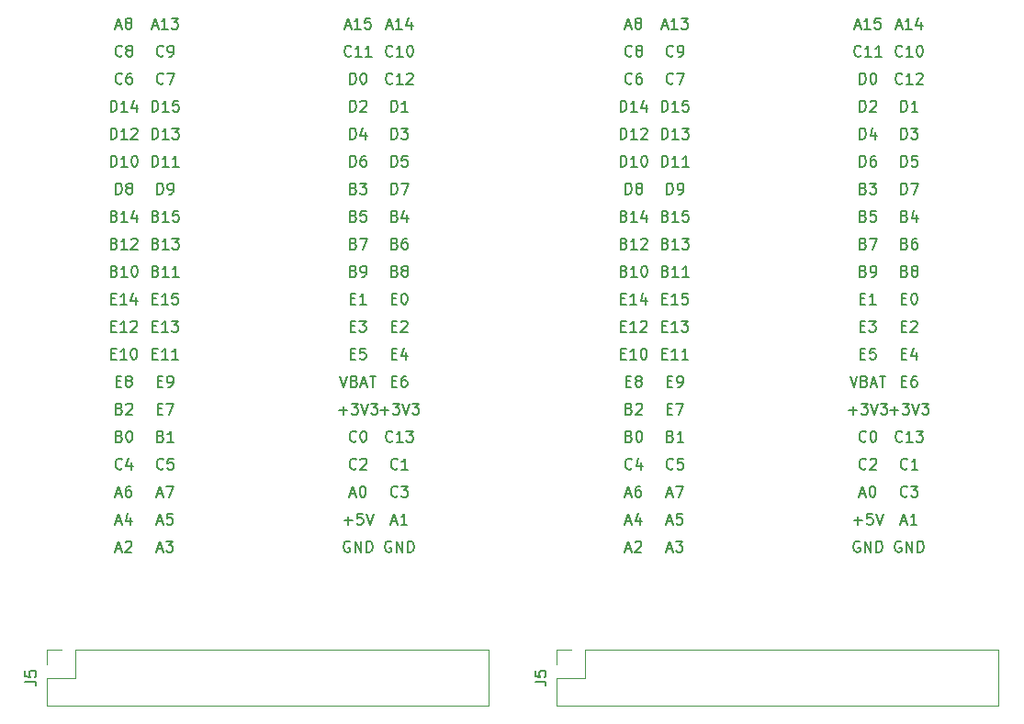
<source format=gbr>
G04 #@! TF.GenerationSoftware,KiCad,Pcbnew,(5.1.4)-1*
G04 #@! TF.CreationDate,2019-12-08T02:00:35+08:00*
G04 #@! TF.ProjectId,STM32F407VTE6-SOCKET_1x2,53544d33-3246-4343-9037-565445362d53,rev?*
G04 #@! TF.SameCoordinates,Original*
G04 #@! TF.FileFunction,Legend,Top*
G04 #@! TF.FilePolarity,Positive*
%FSLAX46Y46*%
G04 Gerber Fmt 4.6, Leading zero omitted, Abs format (unit mm)*
G04 Created by KiCad (PCBNEW (5.1.4)-1) date 2019-12-08 02:00:35*
%MOMM*%
%LPD*%
G04 APERTURE LIST*
%ADD10C,0.150000*%
%ADD11C,0.120000*%
G04 APERTURE END LIST*
D10*
X158839523Y-115736666D02*
X159315714Y-115736666D01*
X158744285Y-116022380D02*
X159077619Y-115022380D01*
X159410952Y-116022380D01*
X160268095Y-116022380D02*
X159696666Y-116022380D01*
X159982380Y-116022380D02*
X159982380Y-115022380D01*
X159887142Y-115165238D01*
X159791904Y-115260476D01*
X159696666Y-115308095D01*
X160601428Y-115022380D02*
X161220476Y-115022380D01*
X160887142Y-115403333D01*
X161030000Y-115403333D01*
X161125238Y-115450952D01*
X161172857Y-115498571D01*
X161220476Y-115593809D01*
X161220476Y-115831904D01*
X161172857Y-115927142D01*
X161125238Y-115974761D01*
X161030000Y-116022380D01*
X160744285Y-116022380D01*
X160649047Y-115974761D01*
X160601428Y-115927142D01*
X180977142Y-154027142D02*
X180929523Y-154074761D01*
X180786666Y-154122380D01*
X180691428Y-154122380D01*
X180548571Y-154074761D01*
X180453333Y-153979523D01*
X180405714Y-153884285D01*
X180358095Y-153693809D01*
X180358095Y-153550952D01*
X180405714Y-153360476D01*
X180453333Y-153265238D01*
X180548571Y-153170000D01*
X180691428Y-153122380D01*
X180786666Y-153122380D01*
X180929523Y-153170000D01*
X180977142Y-153217619D01*
X181929523Y-154122380D02*
X181358095Y-154122380D01*
X181643809Y-154122380D02*
X181643809Y-153122380D01*
X181548571Y-153265238D01*
X181453333Y-153360476D01*
X181358095Y-153408095D01*
X182262857Y-153122380D02*
X182881904Y-153122380D01*
X182548571Y-153503333D01*
X182691428Y-153503333D01*
X182786666Y-153550952D01*
X182834285Y-153598571D01*
X182881904Y-153693809D01*
X182881904Y-153931904D01*
X182834285Y-154027142D01*
X182786666Y-154074761D01*
X182691428Y-154122380D01*
X182405714Y-154122380D01*
X182310476Y-154074761D01*
X182262857Y-154027142D01*
X156053333Y-118467142D02*
X156005714Y-118514761D01*
X155862857Y-118562380D01*
X155767619Y-118562380D01*
X155624761Y-118514761D01*
X155529523Y-118419523D01*
X155481904Y-118324285D01*
X155434285Y-118133809D01*
X155434285Y-117990952D01*
X155481904Y-117800476D01*
X155529523Y-117705238D01*
X155624761Y-117610000D01*
X155767619Y-117562380D01*
X155862857Y-117562380D01*
X156005714Y-117610000D01*
X156053333Y-117657619D01*
X156624761Y-117990952D02*
X156529523Y-117943333D01*
X156481904Y-117895714D01*
X156434285Y-117800476D01*
X156434285Y-117752857D01*
X156481904Y-117657619D01*
X156529523Y-117610000D01*
X156624761Y-117562380D01*
X156815238Y-117562380D01*
X156910476Y-117610000D01*
X156958095Y-117657619D01*
X157005714Y-117752857D01*
X157005714Y-117800476D01*
X156958095Y-117895714D01*
X156910476Y-117943333D01*
X156815238Y-117990952D01*
X156624761Y-117990952D01*
X156529523Y-118038571D01*
X156481904Y-118086190D01*
X156434285Y-118181428D01*
X156434285Y-118371904D01*
X156481904Y-118467142D01*
X156529523Y-118514761D01*
X156624761Y-118562380D01*
X156815238Y-118562380D01*
X156910476Y-118514761D01*
X156958095Y-118467142D01*
X157005714Y-118371904D01*
X157005714Y-118181428D01*
X156958095Y-118086190D01*
X156910476Y-118038571D01*
X156815238Y-117990952D01*
X155505714Y-161456666D02*
X155981904Y-161456666D01*
X155410476Y-161742380D02*
X155743809Y-160742380D01*
X156077142Y-161742380D01*
X156839047Y-161075714D02*
X156839047Y-161742380D01*
X156600952Y-160694761D02*
X156362857Y-161409047D01*
X156981904Y-161409047D01*
X177167142Y-118467142D02*
X177119523Y-118514761D01*
X176976666Y-118562380D01*
X176881428Y-118562380D01*
X176738571Y-118514761D01*
X176643333Y-118419523D01*
X176595714Y-118324285D01*
X176548095Y-118133809D01*
X176548095Y-117990952D01*
X176595714Y-117800476D01*
X176643333Y-117705238D01*
X176738571Y-117610000D01*
X176881428Y-117562380D01*
X176976666Y-117562380D01*
X177119523Y-117610000D01*
X177167142Y-117657619D01*
X178119523Y-118562380D02*
X177548095Y-118562380D01*
X177833809Y-118562380D02*
X177833809Y-117562380D01*
X177738571Y-117705238D01*
X177643333Y-117800476D01*
X177548095Y-117848095D01*
X179071904Y-118562380D02*
X178500476Y-118562380D01*
X178786190Y-118562380D02*
X178786190Y-117562380D01*
X178690952Y-117705238D01*
X178595714Y-117800476D01*
X178500476Y-117848095D01*
X159863333Y-118467142D02*
X159815714Y-118514761D01*
X159672857Y-118562380D01*
X159577619Y-118562380D01*
X159434761Y-118514761D01*
X159339523Y-118419523D01*
X159291904Y-118324285D01*
X159244285Y-118133809D01*
X159244285Y-117990952D01*
X159291904Y-117800476D01*
X159339523Y-117705238D01*
X159434761Y-117610000D01*
X159577619Y-117562380D01*
X159672857Y-117562380D01*
X159815714Y-117610000D01*
X159863333Y-117657619D01*
X160339523Y-118562380D02*
X160530000Y-118562380D01*
X160625238Y-118514761D01*
X160672857Y-118467142D01*
X160768095Y-118324285D01*
X160815714Y-118133809D01*
X160815714Y-117752857D01*
X160768095Y-117657619D01*
X160720476Y-117610000D01*
X160625238Y-117562380D01*
X160434761Y-117562380D01*
X160339523Y-117610000D01*
X160291904Y-117657619D01*
X160244285Y-117752857D01*
X160244285Y-117990952D01*
X160291904Y-118086190D01*
X160339523Y-118133809D01*
X160434761Y-118181428D01*
X160625238Y-118181428D01*
X160720476Y-118133809D01*
X160768095Y-118086190D01*
X160815714Y-117990952D01*
X155505714Y-158916666D02*
X155981904Y-158916666D01*
X155410476Y-159202380D02*
X155743809Y-158202380D01*
X156077142Y-159202380D01*
X156839047Y-158202380D02*
X156648571Y-158202380D01*
X156553333Y-158250000D01*
X156505714Y-158297619D01*
X156410476Y-158440476D01*
X156362857Y-158630952D01*
X156362857Y-159011904D01*
X156410476Y-159107142D01*
X156458095Y-159154761D01*
X156553333Y-159202380D01*
X156743809Y-159202380D01*
X156839047Y-159154761D01*
X156886666Y-159107142D01*
X156934285Y-159011904D01*
X156934285Y-158773809D01*
X156886666Y-158678571D01*
X156839047Y-158630952D01*
X156743809Y-158583333D01*
X156553333Y-158583333D01*
X156458095Y-158630952D01*
X156410476Y-158678571D01*
X156362857Y-158773809D01*
X159863333Y-121007142D02*
X159815714Y-121054761D01*
X159672857Y-121102380D01*
X159577619Y-121102380D01*
X159434761Y-121054761D01*
X159339523Y-120959523D01*
X159291904Y-120864285D01*
X159244285Y-120673809D01*
X159244285Y-120530952D01*
X159291904Y-120340476D01*
X159339523Y-120245238D01*
X159434761Y-120150000D01*
X159577619Y-120102380D01*
X159672857Y-120102380D01*
X159815714Y-120150000D01*
X159863333Y-120197619D01*
X160196666Y-120102380D02*
X160863333Y-120102380D01*
X160434761Y-121102380D01*
X180429523Y-115736666D02*
X180905714Y-115736666D01*
X180334285Y-116022380D02*
X180667619Y-115022380D01*
X181000952Y-116022380D01*
X181858095Y-116022380D02*
X181286666Y-116022380D01*
X181572380Y-116022380D02*
X181572380Y-115022380D01*
X181477142Y-115165238D01*
X181381904Y-115260476D01*
X181286666Y-115308095D01*
X182715238Y-115355714D02*
X182715238Y-116022380D01*
X182477142Y-114974761D02*
X182239047Y-115689047D01*
X182858095Y-115689047D01*
X159315714Y-161456666D02*
X159791904Y-161456666D01*
X159220476Y-161742380D02*
X159553809Y-160742380D01*
X159887142Y-161742380D01*
X160696666Y-160742380D02*
X160220476Y-160742380D01*
X160172857Y-161218571D01*
X160220476Y-161170952D01*
X160315714Y-161123333D01*
X160553809Y-161123333D01*
X160649047Y-161170952D01*
X160696666Y-161218571D01*
X160744285Y-161313809D01*
X160744285Y-161551904D01*
X160696666Y-161647142D01*
X160649047Y-161694761D01*
X160553809Y-161742380D01*
X160315714Y-161742380D01*
X160220476Y-161694761D01*
X160172857Y-161647142D01*
X176167142Y-148042380D02*
X176500476Y-149042380D01*
X176833809Y-148042380D01*
X177500476Y-148518571D02*
X177643333Y-148566190D01*
X177690952Y-148613809D01*
X177738571Y-148709047D01*
X177738571Y-148851904D01*
X177690952Y-148947142D01*
X177643333Y-148994761D01*
X177548095Y-149042380D01*
X177167142Y-149042380D01*
X177167142Y-148042380D01*
X177500476Y-148042380D01*
X177595714Y-148090000D01*
X177643333Y-148137619D01*
X177690952Y-148232857D01*
X177690952Y-148328095D01*
X177643333Y-148423333D01*
X177595714Y-148470952D01*
X177500476Y-148518571D01*
X177167142Y-148518571D01*
X178119523Y-148756666D02*
X178595714Y-148756666D01*
X178024285Y-149042380D02*
X178357619Y-148042380D01*
X178690952Y-149042380D01*
X178881428Y-148042380D02*
X179452857Y-148042380D01*
X179167142Y-149042380D02*
X179167142Y-148042380D01*
X181453333Y-159107142D02*
X181405714Y-159154761D01*
X181262857Y-159202380D01*
X181167619Y-159202380D01*
X181024761Y-159154761D01*
X180929523Y-159059523D01*
X180881904Y-158964285D01*
X180834285Y-158773809D01*
X180834285Y-158630952D01*
X180881904Y-158440476D01*
X180929523Y-158345238D01*
X181024761Y-158250000D01*
X181167619Y-158202380D01*
X181262857Y-158202380D01*
X181405714Y-158250000D01*
X181453333Y-158297619D01*
X181786666Y-158202380D02*
X182405714Y-158202380D01*
X182072380Y-158583333D01*
X182215238Y-158583333D01*
X182310476Y-158630952D01*
X182358095Y-158678571D01*
X182405714Y-158773809D01*
X182405714Y-159011904D01*
X182358095Y-159107142D01*
X182310476Y-159154761D01*
X182215238Y-159202380D01*
X181929523Y-159202380D01*
X181834285Y-159154761D01*
X181786666Y-159107142D01*
X177643333Y-156567142D02*
X177595714Y-156614761D01*
X177452857Y-156662380D01*
X177357619Y-156662380D01*
X177214761Y-156614761D01*
X177119523Y-156519523D01*
X177071904Y-156424285D01*
X177024285Y-156233809D01*
X177024285Y-156090952D01*
X177071904Y-155900476D01*
X177119523Y-155805238D01*
X177214761Y-155710000D01*
X177357619Y-155662380D01*
X177452857Y-155662380D01*
X177595714Y-155710000D01*
X177643333Y-155757619D01*
X178024285Y-155757619D02*
X178071904Y-155710000D01*
X178167142Y-155662380D01*
X178405238Y-155662380D01*
X178500476Y-155710000D01*
X178548095Y-155757619D01*
X178595714Y-155852857D01*
X178595714Y-155948095D01*
X178548095Y-156090952D01*
X177976666Y-156662380D01*
X178595714Y-156662380D01*
X155505714Y-115736666D02*
X155981904Y-115736666D01*
X155410476Y-116022380D02*
X155743809Y-115022380D01*
X156077142Y-116022380D01*
X156553333Y-115450952D02*
X156458095Y-115403333D01*
X156410476Y-115355714D01*
X156362857Y-115260476D01*
X156362857Y-115212857D01*
X156410476Y-115117619D01*
X156458095Y-115070000D01*
X156553333Y-115022380D01*
X156743809Y-115022380D01*
X156839047Y-115070000D01*
X156886666Y-115117619D01*
X156934285Y-115212857D01*
X156934285Y-115260476D01*
X156886666Y-115355714D01*
X156839047Y-115403333D01*
X156743809Y-115450952D01*
X156553333Y-115450952D01*
X156458095Y-115498571D01*
X156410476Y-115546190D01*
X156362857Y-115641428D01*
X156362857Y-115831904D01*
X156410476Y-115927142D01*
X156458095Y-115974761D01*
X156553333Y-116022380D01*
X156743809Y-116022380D01*
X156839047Y-115974761D01*
X156886666Y-115927142D01*
X156934285Y-115831904D01*
X156934285Y-115641428D01*
X156886666Y-115546190D01*
X156839047Y-115498571D01*
X156743809Y-115450952D01*
X177643333Y-154027142D02*
X177595714Y-154074761D01*
X177452857Y-154122380D01*
X177357619Y-154122380D01*
X177214761Y-154074761D01*
X177119523Y-153979523D01*
X177071904Y-153884285D01*
X177024285Y-153693809D01*
X177024285Y-153550952D01*
X177071904Y-153360476D01*
X177119523Y-153265238D01*
X177214761Y-153170000D01*
X177357619Y-153122380D01*
X177452857Y-153122380D01*
X177595714Y-153170000D01*
X177643333Y-153217619D01*
X178262380Y-153122380D02*
X178357619Y-153122380D01*
X178452857Y-153170000D01*
X178500476Y-153217619D01*
X178548095Y-153312857D01*
X178595714Y-153503333D01*
X178595714Y-153741428D01*
X178548095Y-153931904D01*
X178500476Y-154027142D01*
X178452857Y-154074761D01*
X178357619Y-154122380D01*
X178262380Y-154122380D01*
X178167142Y-154074761D01*
X178119523Y-154027142D01*
X178071904Y-153931904D01*
X178024285Y-153741428D01*
X178024285Y-153503333D01*
X178071904Y-153312857D01*
X178119523Y-153217619D01*
X178167142Y-153170000D01*
X178262380Y-153122380D01*
X181453333Y-156567142D02*
X181405714Y-156614761D01*
X181262857Y-156662380D01*
X181167619Y-156662380D01*
X181024761Y-156614761D01*
X180929523Y-156519523D01*
X180881904Y-156424285D01*
X180834285Y-156233809D01*
X180834285Y-156090952D01*
X180881904Y-155900476D01*
X180929523Y-155805238D01*
X181024761Y-155710000D01*
X181167619Y-155662380D01*
X181262857Y-155662380D01*
X181405714Y-155710000D01*
X181453333Y-155757619D01*
X182405714Y-156662380D02*
X181834285Y-156662380D01*
X182120000Y-156662380D02*
X182120000Y-155662380D01*
X182024761Y-155805238D01*
X181929523Y-155900476D01*
X181834285Y-155948095D01*
X180977142Y-118467142D02*
X180929523Y-118514761D01*
X180786666Y-118562380D01*
X180691428Y-118562380D01*
X180548571Y-118514761D01*
X180453333Y-118419523D01*
X180405714Y-118324285D01*
X180358095Y-118133809D01*
X180358095Y-117990952D01*
X180405714Y-117800476D01*
X180453333Y-117705238D01*
X180548571Y-117610000D01*
X180691428Y-117562380D01*
X180786666Y-117562380D01*
X180929523Y-117610000D01*
X180977142Y-117657619D01*
X181929523Y-118562380D02*
X181358095Y-118562380D01*
X181643809Y-118562380D02*
X181643809Y-117562380D01*
X181548571Y-117705238D01*
X181453333Y-117800476D01*
X181358095Y-117848095D01*
X182548571Y-117562380D02*
X182643809Y-117562380D01*
X182739047Y-117610000D01*
X182786666Y-117657619D01*
X182834285Y-117752857D01*
X182881904Y-117943333D01*
X182881904Y-118181428D01*
X182834285Y-118371904D01*
X182786666Y-118467142D01*
X182739047Y-118514761D01*
X182643809Y-118562380D01*
X182548571Y-118562380D01*
X182453333Y-118514761D01*
X182405714Y-118467142D01*
X182358095Y-118371904D01*
X182310476Y-118181428D01*
X182310476Y-117943333D01*
X182358095Y-117752857D01*
X182405714Y-117657619D01*
X182453333Y-117610000D01*
X182548571Y-117562380D01*
X155505714Y-163996666D02*
X155981904Y-163996666D01*
X155410476Y-164282380D02*
X155743809Y-163282380D01*
X156077142Y-164282380D01*
X156362857Y-163377619D02*
X156410476Y-163330000D01*
X156505714Y-163282380D01*
X156743809Y-163282380D01*
X156839047Y-163330000D01*
X156886666Y-163377619D01*
X156934285Y-163472857D01*
X156934285Y-163568095D01*
X156886666Y-163710952D01*
X156315238Y-164282380D01*
X156934285Y-164282380D01*
X159863333Y-156567142D02*
X159815714Y-156614761D01*
X159672857Y-156662380D01*
X159577619Y-156662380D01*
X159434761Y-156614761D01*
X159339523Y-156519523D01*
X159291904Y-156424285D01*
X159244285Y-156233809D01*
X159244285Y-156090952D01*
X159291904Y-155900476D01*
X159339523Y-155805238D01*
X159434761Y-155710000D01*
X159577619Y-155662380D01*
X159672857Y-155662380D01*
X159815714Y-155710000D01*
X159863333Y-155757619D01*
X160768095Y-155662380D02*
X160291904Y-155662380D01*
X160244285Y-156138571D01*
X160291904Y-156090952D01*
X160387142Y-156043333D01*
X160625238Y-156043333D01*
X160720476Y-156090952D01*
X160768095Y-156138571D01*
X160815714Y-156233809D01*
X160815714Y-156471904D01*
X160768095Y-156567142D01*
X160720476Y-156614761D01*
X160625238Y-156662380D01*
X160387142Y-156662380D01*
X160291904Y-156614761D01*
X160244285Y-156567142D01*
X176619523Y-115736666D02*
X177095714Y-115736666D01*
X176524285Y-116022380D02*
X176857619Y-115022380D01*
X177190952Y-116022380D01*
X178048095Y-116022380D02*
X177476666Y-116022380D01*
X177762380Y-116022380D02*
X177762380Y-115022380D01*
X177667142Y-115165238D01*
X177571904Y-115260476D01*
X177476666Y-115308095D01*
X178952857Y-115022380D02*
X178476666Y-115022380D01*
X178429047Y-115498571D01*
X178476666Y-115450952D01*
X178571904Y-115403333D01*
X178810000Y-115403333D01*
X178905238Y-115450952D01*
X178952857Y-115498571D01*
X179000476Y-115593809D01*
X179000476Y-115831904D01*
X178952857Y-115927142D01*
X178905238Y-115974761D01*
X178810000Y-116022380D01*
X178571904Y-116022380D01*
X178476666Y-115974761D01*
X178429047Y-115927142D01*
X156053333Y-156567142D02*
X156005714Y-156614761D01*
X155862857Y-156662380D01*
X155767619Y-156662380D01*
X155624761Y-156614761D01*
X155529523Y-156519523D01*
X155481904Y-156424285D01*
X155434285Y-156233809D01*
X155434285Y-156090952D01*
X155481904Y-155900476D01*
X155529523Y-155805238D01*
X155624761Y-155710000D01*
X155767619Y-155662380D01*
X155862857Y-155662380D01*
X156005714Y-155710000D01*
X156053333Y-155757619D01*
X156910476Y-155995714D02*
X156910476Y-156662380D01*
X156672380Y-155614761D02*
X156434285Y-156329047D01*
X157053333Y-156329047D01*
X156053333Y-121007142D02*
X156005714Y-121054761D01*
X155862857Y-121102380D01*
X155767619Y-121102380D01*
X155624761Y-121054761D01*
X155529523Y-120959523D01*
X155481904Y-120864285D01*
X155434285Y-120673809D01*
X155434285Y-120530952D01*
X155481904Y-120340476D01*
X155529523Y-120245238D01*
X155624761Y-120150000D01*
X155767619Y-120102380D01*
X155862857Y-120102380D01*
X156005714Y-120150000D01*
X156053333Y-120197619D01*
X156910476Y-120102380D02*
X156720000Y-120102380D01*
X156624761Y-120150000D01*
X156577142Y-120197619D01*
X156481904Y-120340476D01*
X156434285Y-120530952D01*
X156434285Y-120911904D01*
X156481904Y-121007142D01*
X156529523Y-121054761D01*
X156624761Y-121102380D01*
X156815238Y-121102380D01*
X156910476Y-121054761D01*
X156958095Y-121007142D01*
X157005714Y-120911904D01*
X157005714Y-120673809D01*
X156958095Y-120578571D01*
X156910476Y-120530952D01*
X156815238Y-120483333D01*
X156624761Y-120483333D01*
X156529523Y-120530952D01*
X156481904Y-120578571D01*
X156434285Y-120673809D01*
X180977142Y-121007142D02*
X180929523Y-121054761D01*
X180786666Y-121102380D01*
X180691428Y-121102380D01*
X180548571Y-121054761D01*
X180453333Y-120959523D01*
X180405714Y-120864285D01*
X180358095Y-120673809D01*
X180358095Y-120530952D01*
X180405714Y-120340476D01*
X180453333Y-120245238D01*
X180548571Y-120150000D01*
X180691428Y-120102380D01*
X180786666Y-120102380D01*
X180929523Y-120150000D01*
X180977142Y-120197619D01*
X181929523Y-121102380D02*
X181358095Y-121102380D01*
X181643809Y-121102380D02*
X181643809Y-120102380D01*
X181548571Y-120245238D01*
X181453333Y-120340476D01*
X181358095Y-120388095D01*
X182310476Y-120197619D02*
X182358095Y-120150000D01*
X182453333Y-120102380D01*
X182691428Y-120102380D01*
X182786666Y-120150000D01*
X182834285Y-120197619D01*
X182881904Y-120292857D01*
X182881904Y-120388095D01*
X182834285Y-120530952D01*
X182262857Y-121102380D01*
X182881904Y-121102380D01*
X159315714Y-158916666D02*
X159791904Y-158916666D01*
X159220476Y-159202380D02*
X159553809Y-158202380D01*
X159887142Y-159202380D01*
X160125238Y-158202380D02*
X160791904Y-158202380D01*
X160363333Y-159202380D01*
X159315714Y-163996666D02*
X159791904Y-163996666D01*
X159220476Y-164282380D02*
X159553809Y-163282380D01*
X159887142Y-164282380D01*
X160125238Y-163282380D02*
X160744285Y-163282380D01*
X160410952Y-163663333D01*
X160553809Y-163663333D01*
X160649047Y-163710952D01*
X160696666Y-163758571D01*
X160744285Y-163853809D01*
X160744285Y-164091904D01*
X160696666Y-164187142D01*
X160649047Y-164234761D01*
X160553809Y-164282380D01*
X160268095Y-164282380D01*
X160172857Y-164234761D01*
X160125238Y-164187142D01*
X155815238Y-151058571D02*
X155958095Y-151106190D01*
X156005714Y-151153809D01*
X156053333Y-151249047D01*
X156053333Y-151391904D01*
X156005714Y-151487142D01*
X155958095Y-151534761D01*
X155862857Y-151582380D01*
X155481904Y-151582380D01*
X155481904Y-150582380D01*
X155815238Y-150582380D01*
X155910476Y-150630000D01*
X155958095Y-150677619D01*
X156005714Y-150772857D01*
X156005714Y-150868095D01*
X155958095Y-150963333D01*
X155910476Y-151010952D01*
X155815238Y-151058571D01*
X155481904Y-151058571D01*
X156434285Y-150677619D02*
X156481904Y-150630000D01*
X156577142Y-150582380D01*
X156815238Y-150582380D01*
X156910476Y-150630000D01*
X156958095Y-150677619D01*
X157005714Y-150772857D01*
X157005714Y-150868095D01*
X156958095Y-151010952D01*
X156386666Y-151582380D01*
X157005714Y-151582380D01*
X180905714Y-161456666D02*
X181381904Y-161456666D01*
X180810476Y-161742380D02*
X181143809Y-160742380D01*
X181477142Y-161742380D01*
X182334285Y-161742380D02*
X181762857Y-161742380D01*
X182048571Y-161742380D02*
X182048571Y-160742380D01*
X181953333Y-160885238D01*
X181858095Y-160980476D01*
X181762857Y-161028095D01*
X177405238Y-135818571D02*
X177548095Y-135866190D01*
X177595714Y-135913809D01*
X177643333Y-136009047D01*
X177643333Y-136151904D01*
X177595714Y-136247142D01*
X177548095Y-136294761D01*
X177452857Y-136342380D01*
X177071904Y-136342380D01*
X177071904Y-135342380D01*
X177405238Y-135342380D01*
X177500476Y-135390000D01*
X177548095Y-135437619D01*
X177595714Y-135532857D01*
X177595714Y-135628095D01*
X177548095Y-135723333D01*
X177500476Y-135770952D01*
X177405238Y-135818571D01*
X177071904Y-135818571D01*
X177976666Y-135342380D02*
X178643333Y-135342380D01*
X178214761Y-136342380D01*
X155005714Y-126182380D02*
X155005714Y-125182380D01*
X155243809Y-125182380D01*
X155386666Y-125230000D01*
X155481904Y-125325238D01*
X155529523Y-125420476D01*
X155577142Y-125610952D01*
X155577142Y-125753809D01*
X155529523Y-125944285D01*
X155481904Y-126039523D01*
X155386666Y-126134761D01*
X155243809Y-126182380D01*
X155005714Y-126182380D01*
X156529523Y-126182380D02*
X155958095Y-126182380D01*
X156243809Y-126182380D02*
X156243809Y-125182380D01*
X156148571Y-125325238D01*
X156053333Y-125420476D01*
X155958095Y-125468095D01*
X156910476Y-125277619D02*
X156958095Y-125230000D01*
X157053333Y-125182380D01*
X157291428Y-125182380D01*
X157386666Y-125230000D01*
X157434285Y-125277619D01*
X157481904Y-125372857D01*
X157481904Y-125468095D01*
X157434285Y-125610952D01*
X156862857Y-126182380D01*
X157481904Y-126182380D01*
X159291904Y-131262380D02*
X159291904Y-130262380D01*
X159530000Y-130262380D01*
X159672857Y-130310000D01*
X159768095Y-130405238D01*
X159815714Y-130500476D01*
X159863333Y-130690952D01*
X159863333Y-130833809D01*
X159815714Y-131024285D01*
X159768095Y-131119523D01*
X159672857Y-131214761D01*
X159530000Y-131262380D01*
X159291904Y-131262380D01*
X160339523Y-131262380D02*
X160530000Y-131262380D01*
X160625238Y-131214761D01*
X160672857Y-131167142D01*
X160768095Y-131024285D01*
X160815714Y-130833809D01*
X160815714Y-130452857D01*
X160768095Y-130357619D01*
X160720476Y-130310000D01*
X160625238Y-130262380D01*
X160434761Y-130262380D01*
X160339523Y-130310000D01*
X160291904Y-130357619D01*
X160244285Y-130452857D01*
X160244285Y-130690952D01*
X160291904Y-130786190D01*
X160339523Y-130833809D01*
X160434761Y-130881428D01*
X160625238Y-130881428D01*
X160720476Y-130833809D01*
X160768095Y-130786190D01*
X160815714Y-130690952D01*
X155339047Y-133278571D02*
X155481904Y-133326190D01*
X155529523Y-133373809D01*
X155577142Y-133469047D01*
X155577142Y-133611904D01*
X155529523Y-133707142D01*
X155481904Y-133754761D01*
X155386666Y-133802380D01*
X155005714Y-133802380D01*
X155005714Y-132802380D01*
X155339047Y-132802380D01*
X155434285Y-132850000D01*
X155481904Y-132897619D01*
X155529523Y-132992857D01*
X155529523Y-133088095D01*
X155481904Y-133183333D01*
X155434285Y-133230952D01*
X155339047Y-133278571D01*
X155005714Y-133278571D01*
X156529523Y-133802380D02*
X155958095Y-133802380D01*
X156243809Y-133802380D02*
X156243809Y-132802380D01*
X156148571Y-132945238D01*
X156053333Y-133040476D01*
X155958095Y-133088095D01*
X157386666Y-133135714D02*
X157386666Y-133802380D01*
X157148571Y-132754761D02*
X156910476Y-133469047D01*
X157529523Y-133469047D01*
X155339047Y-135818571D02*
X155481904Y-135866190D01*
X155529523Y-135913809D01*
X155577142Y-136009047D01*
X155577142Y-136151904D01*
X155529523Y-136247142D01*
X155481904Y-136294761D01*
X155386666Y-136342380D01*
X155005714Y-136342380D01*
X155005714Y-135342380D01*
X155339047Y-135342380D01*
X155434285Y-135390000D01*
X155481904Y-135437619D01*
X155529523Y-135532857D01*
X155529523Y-135628095D01*
X155481904Y-135723333D01*
X155434285Y-135770952D01*
X155339047Y-135818571D01*
X155005714Y-135818571D01*
X156529523Y-136342380D02*
X155958095Y-136342380D01*
X156243809Y-136342380D02*
X156243809Y-135342380D01*
X156148571Y-135485238D01*
X156053333Y-135580476D01*
X155958095Y-135628095D01*
X156910476Y-135437619D02*
X156958095Y-135390000D01*
X157053333Y-135342380D01*
X157291428Y-135342380D01*
X157386666Y-135390000D01*
X157434285Y-135437619D01*
X157481904Y-135532857D01*
X157481904Y-135628095D01*
X157434285Y-135770952D01*
X156862857Y-136342380D01*
X157481904Y-136342380D01*
X158815714Y-126182380D02*
X158815714Y-125182380D01*
X159053809Y-125182380D01*
X159196666Y-125230000D01*
X159291904Y-125325238D01*
X159339523Y-125420476D01*
X159387142Y-125610952D01*
X159387142Y-125753809D01*
X159339523Y-125944285D01*
X159291904Y-126039523D01*
X159196666Y-126134761D01*
X159053809Y-126182380D01*
X158815714Y-126182380D01*
X160339523Y-126182380D02*
X159768095Y-126182380D01*
X160053809Y-126182380D02*
X160053809Y-125182380D01*
X159958571Y-125325238D01*
X159863333Y-125420476D01*
X159768095Y-125468095D01*
X160672857Y-125182380D02*
X161291904Y-125182380D01*
X160958571Y-125563333D01*
X161101428Y-125563333D01*
X161196666Y-125610952D01*
X161244285Y-125658571D01*
X161291904Y-125753809D01*
X161291904Y-125991904D01*
X161244285Y-126087142D01*
X161196666Y-126134761D01*
X161101428Y-126182380D01*
X160815714Y-126182380D01*
X160720476Y-126134761D01*
X160672857Y-126087142D01*
X180881904Y-131262380D02*
X180881904Y-130262380D01*
X181120000Y-130262380D01*
X181262857Y-130310000D01*
X181358095Y-130405238D01*
X181405714Y-130500476D01*
X181453333Y-130690952D01*
X181453333Y-130833809D01*
X181405714Y-131024285D01*
X181358095Y-131119523D01*
X181262857Y-131214761D01*
X181120000Y-131262380D01*
X180881904Y-131262380D01*
X181786666Y-130262380D02*
X182453333Y-130262380D01*
X182024761Y-131262380D01*
X181215238Y-133278571D02*
X181358095Y-133326190D01*
X181405714Y-133373809D01*
X181453333Y-133469047D01*
X181453333Y-133611904D01*
X181405714Y-133707142D01*
X181358095Y-133754761D01*
X181262857Y-133802380D01*
X180881904Y-133802380D01*
X180881904Y-132802380D01*
X181215238Y-132802380D01*
X181310476Y-132850000D01*
X181358095Y-132897619D01*
X181405714Y-132992857D01*
X181405714Y-133088095D01*
X181358095Y-133183333D01*
X181310476Y-133230952D01*
X181215238Y-133278571D01*
X180881904Y-133278571D01*
X182310476Y-133135714D02*
X182310476Y-133802380D01*
X182072380Y-132754761D02*
X181834285Y-133469047D01*
X182453333Y-133469047D01*
X177095714Y-158916666D02*
X177571904Y-158916666D01*
X177000476Y-159202380D02*
X177333809Y-158202380D01*
X177667142Y-159202380D01*
X178190952Y-158202380D02*
X178286190Y-158202380D01*
X178381428Y-158250000D01*
X178429047Y-158297619D01*
X178476666Y-158392857D01*
X178524285Y-158583333D01*
X178524285Y-158821428D01*
X178476666Y-159011904D01*
X178429047Y-159107142D01*
X178381428Y-159154761D01*
X178286190Y-159202380D01*
X178190952Y-159202380D01*
X178095714Y-159154761D01*
X178048095Y-159107142D01*
X178000476Y-159011904D01*
X177952857Y-158821428D01*
X177952857Y-158583333D01*
X178000476Y-158392857D01*
X178048095Y-158297619D01*
X178095714Y-158250000D01*
X178190952Y-158202380D01*
X177405238Y-133278571D02*
X177548095Y-133326190D01*
X177595714Y-133373809D01*
X177643333Y-133469047D01*
X177643333Y-133611904D01*
X177595714Y-133707142D01*
X177548095Y-133754761D01*
X177452857Y-133802380D01*
X177071904Y-133802380D01*
X177071904Y-132802380D01*
X177405238Y-132802380D01*
X177500476Y-132850000D01*
X177548095Y-132897619D01*
X177595714Y-132992857D01*
X177595714Y-133088095D01*
X177548095Y-133183333D01*
X177500476Y-133230952D01*
X177405238Y-133278571D01*
X177071904Y-133278571D01*
X178548095Y-132802380D02*
X178071904Y-132802380D01*
X178024285Y-133278571D01*
X178071904Y-133230952D01*
X178167142Y-133183333D01*
X178405238Y-133183333D01*
X178500476Y-133230952D01*
X178548095Y-133278571D01*
X178595714Y-133373809D01*
X178595714Y-133611904D01*
X178548095Y-133707142D01*
X178500476Y-133754761D01*
X178405238Y-133802380D01*
X178167142Y-133802380D01*
X178071904Y-133754761D01*
X178024285Y-133707142D01*
X155481904Y-131262380D02*
X155481904Y-130262380D01*
X155720000Y-130262380D01*
X155862857Y-130310000D01*
X155958095Y-130405238D01*
X156005714Y-130500476D01*
X156053333Y-130690952D01*
X156053333Y-130833809D01*
X156005714Y-131024285D01*
X155958095Y-131119523D01*
X155862857Y-131214761D01*
X155720000Y-131262380D01*
X155481904Y-131262380D01*
X156624761Y-130690952D02*
X156529523Y-130643333D01*
X156481904Y-130595714D01*
X156434285Y-130500476D01*
X156434285Y-130452857D01*
X156481904Y-130357619D01*
X156529523Y-130310000D01*
X156624761Y-130262380D01*
X156815238Y-130262380D01*
X156910476Y-130310000D01*
X156958095Y-130357619D01*
X157005714Y-130452857D01*
X157005714Y-130500476D01*
X156958095Y-130595714D01*
X156910476Y-130643333D01*
X156815238Y-130690952D01*
X156624761Y-130690952D01*
X156529523Y-130738571D01*
X156481904Y-130786190D01*
X156434285Y-130881428D01*
X156434285Y-131071904D01*
X156481904Y-131167142D01*
X156529523Y-131214761D01*
X156624761Y-131262380D01*
X156815238Y-131262380D01*
X156910476Y-131214761D01*
X156958095Y-131167142D01*
X157005714Y-131071904D01*
X157005714Y-130881428D01*
X156958095Y-130786190D01*
X156910476Y-130738571D01*
X156815238Y-130690952D01*
X177405238Y-138358571D02*
X177548095Y-138406190D01*
X177595714Y-138453809D01*
X177643333Y-138549047D01*
X177643333Y-138691904D01*
X177595714Y-138787142D01*
X177548095Y-138834761D01*
X177452857Y-138882380D01*
X177071904Y-138882380D01*
X177071904Y-137882380D01*
X177405238Y-137882380D01*
X177500476Y-137930000D01*
X177548095Y-137977619D01*
X177595714Y-138072857D01*
X177595714Y-138168095D01*
X177548095Y-138263333D01*
X177500476Y-138310952D01*
X177405238Y-138358571D01*
X177071904Y-138358571D01*
X178119523Y-138882380D02*
X178310000Y-138882380D01*
X178405238Y-138834761D01*
X178452857Y-138787142D01*
X178548095Y-138644285D01*
X178595714Y-138453809D01*
X178595714Y-138072857D01*
X178548095Y-137977619D01*
X178500476Y-137930000D01*
X178405238Y-137882380D01*
X178214761Y-137882380D01*
X178119523Y-137930000D01*
X178071904Y-137977619D01*
X178024285Y-138072857D01*
X178024285Y-138310952D01*
X178071904Y-138406190D01*
X178119523Y-138453809D01*
X178214761Y-138501428D01*
X178405238Y-138501428D01*
X178500476Y-138453809D01*
X178548095Y-138406190D01*
X178595714Y-138310952D01*
X155005714Y-123642380D02*
X155005714Y-122642380D01*
X155243809Y-122642380D01*
X155386666Y-122690000D01*
X155481904Y-122785238D01*
X155529523Y-122880476D01*
X155577142Y-123070952D01*
X155577142Y-123213809D01*
X155529523Y-123404285D01*
X155481904Y-123499523D01*
X155386666Y-123594761D01*
X155243809Y-123642380D01*
X155005714Y-123642380D01*
X156529523Y-123642380D02*
X155958095Y-123642380D01*
X156243809Y-123642380D02*
X156243809Y-122642380D01*
X156148571Y-122785238D01*
X156053333Y-122880476D01*
X155958095Y-122928095D01*
X157386666Y-122975714D02*
X157386666Y-123642380D01*
X157148571Y-122594761D02*
X156910476Y-123309047D01*
X157529523Y-123309047D01*
X155339047Y-138358571D02*
X155481904Y-138406190D01*
X155529523Y-138453809D01*
X155577142Y-138549047D01*
X155577142Y-138691904D01*
X155529523Y-138787142D01*
X155481904Y-138834761D01*
X155386666Y-138882380D01*
X155005714Y-138882380D01*
X155005714Y-137882380D01*
X155339047Y-137882380D01*
X155434285Y-137930000D01*
X155481904Y-137977619D01*
X155529523Y-138072857D01*
X155529523Y-138168095D01*
X155481904Y-138263333D01*
X155434285Y-138310952D01*
X155339047Y-138358571D01*
X155005714Y-138358571D01*
X156529523Y-138882380D02*
X155958095Y-138882380D01*
X156243809Y-138882380D02*
X156243809Y-137882380D01*
X156148571Y-138025238D01*
X156053333Y-138120476D01*
X155958095Y-138168095D01*
X157148571Y-137882380D02*
X157243809Y-137882380D01*
X157339047Y-137930000D01*
X157386666Y-137977619D01*
X157434285Y-138072857D01*
X157481904Y-138263333D01*
X157481904Y-138501428D01*
X157434285Y-138691904D01*
X157386666Y-138787142D01*
X157339047Y-138834761D01*
X157243809Y-138882380D01*
X157148571Y-138882380D01*
X157053333Y-138834761D01*
X157005714Y-138787142D01*
X156958095Y-138691904D01*
X156910476Y-138501428D01*
X156910476Y-138263333D01*
X156958095Y-138072857D01*
X157005714Y-137977619D01*
X157053333Y-137930000D01*
X157148571Y-137882380D01*
X159149047Y-133278571D02*
X159291904Y-133326190D01*
X159339523Y-133373809D01*
X159387142Y-133469047D01*
X159387142Y-133611904D01*
X159339523Y-133707142D01*
X159291904Y-133754761D01*
X159196666Y-133802380D01*
X158815714Y-133802380D01*
X158815714Y-132802380D01*
X159149047Y-132802380D01*
X159244285Y-132850000D01*
X159291904Y-132897619D01*
X159339523Y-132992857D01*
X159339523Y-133088095D01*
X159291904Y-133183333D01*
X159244285Y-133230952D01*
X159149047Y-133278571D01*
X158815714Y-133278571D01*
X160339523Y-133802380D02*
X159768095Y-133802380D01*
X160053809Y-133802380D02*
X160053809Y-132802380D01*
X159958571Y-132945238D01*
X159863333Y-133040476D01*
X159768095Y-133088095D01*
X161244285Y-132802380D02*
X160768095Y-132802380D01*
X160720476Y-133278571D01*
X160768095Y-133230952D01*
X160863333Y-133183333D01*
X161101428Y-133183333D01*
X161196666Y-133230952D01*
X161244285Y-133278571D01*
X161291904Y-133373809D01*
X161291904Y-133611904D01*
X161244285Y-133707142D01*
X161196666Y-133754761D01*
X161101428Y-133802380D01*
X160863333Y-133802380D01*
X160768095Y-133754761D01*
X160720476Y-133707142D01*
X159149047Y-135818571D02*
X159291904Y-135866190D01*
X159339523Y-135913809D01*
X159387142Y-136009047D01*
X159387142Y-136151904D01*
X159339523Y-136247142D01*
X159291904Y-136294761D01*
X159196666Y-136342380D01*
X158815714Y-136342380D01*
X158815714Y-135342380D01*
X159149047Y-135342380D01*
X159244285Y-135390000D01*
X159291904Y-135437619D01*
X159339523Y-135532857D01*
X159339523Y-135628095D01*
X159291904Y-135723333D01*
X159244285Y-135770952D01*
X159149047Y-135818571D01*
X158815714Y-135818571D01*
X160339523Y-136342380D02*
X159768095Y-136342380D01*
X160053809Y-136342380D02*
X160053809Y-135342380D01*
X159958571Y-135485238D01*
X159863333Y-135580476D01*
X159768095Y-135628095D01*
X160672857Y-135342380D02*
X161291904Y-135342380D01*
X160958571Y-135723333D01*
X161101428Y-135723333D01*
X161196666Y-135770952D01*
X161244285Y-135818571D01*
X161291904Y-135913809D01*
X161291904Y-136151904D01*
X161244285Y-136247142D01*
X161196666Y-136294761D01*
X161101428Y-136342380D01*
X160815714Y-136342380D01*
X160720476Y-136294761D01*
X160672857Y-136247142D01*
X159149047Y-138358571D02*
X159291904Y-138406190D01*
X159339523Y-138453809D01*
X159387142Y-138549047D01*
X159387142Y-138691904D01*
X159339523Y-138787142D01*
X159291904Y-138834761D01*
X159196666Y-138882380D01*
X158815714Y-138882380D01*
X158815714Y-137882380D01*
X159149047Y-137882380D01*
X159244285Y-137930000D01*
X159291904Y-137977619D01*
X159339523Y-138072857D01*
X159339523Y-138168095D01*
X159291904Y-138263333D01*
X159244285Y-138310952D01*
X159149047Y-138358571D01*
X158815714Y-138358571D01*
X160339523Y-138882380D02*
X159768095Y-138882380D01*
X160053809Y-138882380D02*
X160053809Y-137882380D01*
X159958571Y-138025238D01*
X159863333Y-138120476D01*
X159768095Y-138168095D01*
X161291904Y-138882380D02*
X160720476Y-138882380D01*
X161006190Y-138882380D02*
X161006190Y-137882380D01*
X160910952Y-138025238D01*
X160815714Y-138120476D01*
X160720476Y-138168095D01*
X158815714Y-128722380D02*
X158815714Y-127722380D01*
X159053809Y-127722380D01*
X159196666Y-127770000D01*
X159291904Y-127865238D01*
X159339523Y-127960476D01*
X159387142Y-128150952D01*
X159387142Y-128293809D01*
X159339523Y-128484285D01*
X159291904Y-128579523D01*
X159196666Y-128674761D01*
X159053809Y-128722380D01*
X158815714Y-128722380D01*
X160339523Y-128722380D02*
X159768095Y-128722380D01*
X160053809Y-128722380D02*
X160053809Y-127722380D01*
X159958571Y-127865238D01*
X159863333Y-127960476D01*
X159768095Y-128008095D01*
X161291904Y-128722380D02*
X160720476Y-128722380D01*
X161006190Y-128722380D02*
X161006190Y-127722380D01*
X160910952Y-127865238D01*
X160815714Y-127960476D01*
X160720476Y-128008095D01*
X155815238Y-153598571D02*
X155958095Y-153646190D01*
X156005714Y-153693809D01*
X156053333Y-153789047D01*
X156053333Y-153931904D01*
X156005714Y-154027142D01*
X155958095Y-154074761D01*
X155862857Y-154122380D01*
X155481904Y-154122380D01*
X155481904Y-153122380D01*
X155815238Y-153122380D01*
X155910476Y-153170000D01*
X155958095Y-153217619D01*
X156005714Y-153312857D01*
X156005714Y-153408095D01*
X155958095Y-153503333D01*
X155910476Y-153550952D01*
X155815238Y-153598571D01*
X155481904Y-153598571D01*
X156672380Y-153122380D02*
X156767619Y-153122380D01*
X156862857Y-153170000D01*
X156910476Y-153217619D01*
X156958095Y-153312857D01*
X157005714Y-153503333D01*
X157005714Y-153741428D01*
X156958095Y-153931904D01*
X156910476Y-154027142D01*
X156862857Y-154074761D01*
X156767619Y-154122380D01*
X156672380Y-154122380D01*
X156577142Y-154074761D01*
X156529523Y-154027142D01*
X156481904Y-153931904D01*
X156434285Y-153741428D01*
X156434285Y-153503333D01*
X156481904Y-153312857D01*
X156529523Y-153217619D01*
X156577142Y-153170000D01*
X156672380Y-153122380D01*
X158815714Y-123642380D02*
X158815714Y-122642380D01*
X159053809Y-122642380D01*
X159196666Y-122690000D01*
X159291904Y-122785238D01*
X159339523Y-122880476D01*
X159387142Y-123070952D01*
X159387142Y-123213809D01*
X159339523Y-123404285D01*
X159291904Y-123499523D01*
X159196666Y-123594761D01*
X159053809Y-123642380D01*
X158815714Y-123642380D01*
X160339523Y-123642380D02*
X159768095Y-123642380D01*
X160053809Y-123642380D02*
X160053809Y-122642380D01*
X159958571Y-122785238D01*
X159863333Y-122880476D01*
X159768095Y-122928095D01*
X161244285Y-122642380D02*
X160768095Y-122642380D01*
X160720476Y-123118571D01*
X160768095Y-123070952D01*
X160863333Y-123023333D01*
X161101428Y-123023333D01*
X161196666Y-123070952D01*
X161244285Y-123118571D01*
X161291904Y-123213809D01*
X161291904Y-123451904D01*
X161244285Y-123547142D01*
X161196666Y-123594761D01*
X161101428Y-123642380D01*
X160863333Y-123642380D01*
X160768095Y-123594761D01*
X160720476Y-123547142D01*
X177071904Y-128722380D02*
X177071904Y-127722380D01*
X177310000Y-127722380D01*
X177452857Y-127770000D01*
X177548095Y-127865238D01*
X177595714Y-127960476D01*
X177643333Y-128150952D01*
X177643333Y-128293809D01*
X177595714Y-128484285D01*
X177548095Y-128579523D01*
X177452857Y-128674761D01*
X177310000Y-128722380D01*
X177071904Y-128722380D01*
X178500476Y-127722380D02*
X178310000Y-127722380D01*
X178214761Y-127770000D01*
X178167142Y-127817619D01*
X178071904Y-127960476D01*
X178024285Y-128150952D01*
X178024285Y-128531904D01*
X178071904Y-128627142D01*
X178119523Y-128674761D01*
X178214761Y-128722380D01*
X178405238Y-128722380D01*
X178500476Y-128674761D01*
X178548095Y-128627142D01*
X178595714Y-128531904D01*
X178595714Y-128293809D01*
X178548095Y-128198571D01*
X178500476Y-128150952D01*
X178405238Y-128103333D01*
X178214761Y-128103333D01*
X178119523Y-128150952D01*
X178071904Y-128198571D01*
X178024285Y-128293809D01*
X181215238Y-138358571D02*
X181358095Y-138406190D01*
X181405714Y-138453809D01*
X181453333Y-138549047D01*
X181453333Y-138691904D01*
X181405714Y-138787142D01*
X181358095Y-138834761D01*
X181262857Y-138882380D01*
X180881904Y-138882380D01*
X180881904Y-137882380D01*
X181215238Y-137882380D01*
X181310476Y-137930000D01*
X181358095Y-137977619D01*
X181405714Y-138072857D01*
X181405714Y-138168095D01*
X181358095Y-138263333D01*
X181310476Y-138310952D01*
X181215238Y-138358571D01*
X180881904Y-138358571D01*
X182024761Y-138310952D02*
X181929523Y-138263333D01*
X181881904Y-138215714D01*
X181834285Y-138120476D01*
X181834285Y-138072857D01*
X181881904Y-137977619D01*
X181929523Y-137930000D01*
X182024761Y-137882380D01*
X182215238Y-137882380D01*
X182310476Y-137930000D01*
X182358095Y-137977619D01*
X182405714Y-138072857D01*
X182405714Y-138120476D01*
X182358095Y-138215714D01*
X182310476Y-138263333D01*
X182215238Y-138310952D01*
X182024761Y-138310952D01*
X181929523Y-138358571D01*
X181881904Y-138406190D01*
X181834285Y-138501428D01*
X181834285Y-138691904D01*
X181881904Y-138787142D01*
X181929523Y-138834761D01*
X182024761Y-138882380D01*
X182215238Y-138882380D01*
X182310476Y-138834761D01*
X182358095Y-138787142D01*
X182405714Y-138691904D01*
X182405714Y-138501428D01*
X182358095Y-138406190D01*
X182310476Y-138358571D01*
X182215238Y-138310952D01*
X159625238Y-153598571D02*
X159768095Y-153646190D01*
X159815714Y-153693809D01*
X159863333Y-153789047D01*
X159863333Y-153931904D01*
X159815714Y-154027142D01*
X159768095Y-154074761D01*
X159672857Y-154122380D01*
X159291904Y-154122380D01*
X159291904Y-153122380D01*
X159625238Y-153122380D01*
X159720476Y-153170000D01*
X159768095Y-153217619D01*
X159815714Y-153312857D01*
X159815714Y-153408095D01*
X159768095Y-153503333D01*
X159720476Y-153550952D01*
X159625238Y-153598571D01*
X159291904Y-153598571D01*
X160815714Y-154122380D02*
X160244285Y-154122380D01*
X160530000Y-154122380D02*
X160530000Y-153122380D01*
X160434761Y-153265238D01*
X160339523Y-153360476D01*
X160244285Y-153408095D01*
X181215238Y-135818571D02*
X181358095Y-135866190D01*
X181405714Y-135913809D01*
X181453333Y-136009047D01*
X181453333Y-136151904D01*
X181405714Y-136247142D01*
X181358095Y-136294761D01*
X181262857Y-136342380D01*
X180881904Y-136342380D01*
X180881904Y-135342380D01*
X181215238Y-135342380D01*
X181310476Y-135390000D01*
X181358095Y-135437619D01*
X181405714Y-135532857D01*
X181405714Y-135628095D01*
X181358095Y-135723333D01*
X181310476Y-135770952D01*
X181215238Y-135818571D01*
X180881904Y-135818571D01*
X182310476Y-135342380D02*
X182120000Y-135342380D01*
X182024761Y-135390000D01*
X181977142Y-135437619D01*
X181881904Y-135580476D01*
X181834285Y-135770952D01*
X181834285Y-136151904D01*
X181881904Y-136247142D01*
X181929523Y-136294761D01*
X182024761Y-136342380D01*
X182215238Y-136342380D01*
X182310476Y-136294761D01*
X182358095Y-136247142D01*
X182405714Y-136151904D01*
X182405714Y-135913809D01*
X182358095Y-135818571D01*
X182310476Y-135770952D01*
X182215238Y-135723333D01*
X182024761Y-135723333D01*
X181929523Y-135770952D01*
X181881904Y-135818571D01*
X181834285Y-135913809D01*
X177405238Y-130738571D02*
X177548095Y-130786190D01*
X177595714Y-130833809D01*
X177643333Y-130929047D01*
X177643333Y-131071904D01*
X177595714Y-131167142D01*
X177548095Y-131214761D01*
X177452857Y-131262380D01*
X177071904Y-131262380D01*
X177071904Y-130262380D01*
X177405238Y-130262380D01*
X177500476Y-130310000D01*
X177548095Y-130357619D01*
X177595714Y-130452857D01*
X177595714Y-130548095D01*
X177548095Y-130643333D01*
X177500476Y-130690952D01*
X177405238Y-130738571D01*
X177071904Y-130738571D01*
X177976666Y-130262380D02*
X178595714Y-130262380D01*
X178262380Y-130643333D01*
X178405238Y-130643333D01*
X178500476Y-130690952D01*
X178548095Y-130738571D01*
X178595714Y-130833809D01*
X178595714Y-131071904D01*
X178548095Y-131167142D01*
X178500476Y-131214761D01*
X178405238Y-131262380D01*
X178119523Y-131262380D01*
X178024285Y-131214761D01*
X177976666Y-131167142D01*
X155005714Y-128722380D02*
X155005714Y-127722380D01*
X155243809Y-127722380D01*
X155386666Y-127770000D01*
X155481904Y-127865238D01*
X155529523Y-127960476D01*
X155577142Y-128150952D01*
X155577142Y-128293809D01*
X155529523Y-128484285D01*
X155481904Y-128579523D01*
X155386666Y-128674761D01*
X155243809Y-128722380D01*
X155005714Y-128722380D01*
X156529523Y-128722380D02*
X155958095Y-128722380D01*
X156243809Y-128722380D02*
X156243809Y-127722380D01*
X156148571Y-127865238D01*
X156053333Y-127960476D01*
X155958095Y-128008095D01*
X157148571Y-127722380D02*
X157243809Y-127722380D01*
X157339047Y-127770000D01*
X157386666Y-127817619D01*
X157434285Y-127912857D01*
X157481904Y-128103333D01*
X157481904Y-128341428D01*
X157434285Y-128531904D01*
X157386666Y-128627142D01*
X157339047Y-128674761D01*
X157243809Y-128722380D01*
X157148571Y-128722380D01*
X157053333Y-128674761D01*
X157005714Y-128627142D01*
X156958095Y-128531904D01*
X156910476Y-128341428D01*
X156910476Y-128103333D01*
X156958095Y-127912857D01*
X157005714Y-127817619D01*
X157053333Y-127770000D01*
X157148571Y-127722380D01*
X177071904Y-121102380D02*
X177071904Y-120102380D01*
X177310000Y-120102380D01*
X177452857Y-120150000D01*
X177548095Y-120245238D01*
X177595714Y-120340476D01*
X177643333Y-120530952D01*
X177643333Y-120673809D01*
X177595714Y-120864285D01*
X177548095Y-120959523D01*
X177452857Y-121054761D01*
X177310000Y-121102380D01*
X177071904Y-121102380D01*
X178262380Y-120102380D02*
X178357619Y-120102380D01*
X178452857Y-120150000D01*
X178500476Y-120197619D01*
X178548095Y-120292857D01*
X178595714Y-120483333D01*
X178595714Y-120721428D01*
X178548095Y-120911904D01*
X178500476Y-121007142D01*
X178452857Y-121054761D01*
X178357619Y-121102380D01*
X178262380Y-121102380D01*
X178167142Y-121054761D01*
X178119523Y-121007142D01*
X178071904Y-120911904D01*
X178024285Y-120721428D01*
X178024285Y-120483333D01*
X178071904Y-120292857D01*
X178119523Y-120197619D01*
X178167142Y-120150000D01*
X178262380Y-120102380D01*
X158863333Y-140898571D02*
X159196666Y-140898571D01*
X159339523Y-141422380D02*
X158863333Y-141422380D01*
X158863333Y-140422380D01*
X159339523Y-140422380D01*
X160291904Y-141422380D02*
X159720476Y-141422380D01*
X160006190Y-141422380D02*
X160006190Y-140422380D01*
X159910952Y-140565238D01*
X159815714Y-140660476D01*
X159720476Y-140708095D01*
X161196666Y-140422380D02*
X160720476Y-140422380D01*
X160672857Y-140898571D01*
X160720476Y-140850952D01*
X160815714Y-140803333D01*
X161053809Y-140803333D01*
X161149047Y-140850952D01*
X161196666Y-140898571D01*
X161244285Y-140993809D01*
X161244285Y-141231904D01*
X161196666Y-141327142D01*
X161149047Y-141374761D01*
X161053809Y-141422380D01*
X160815714Y-141422380D01*
X160720476Y-141374761D01*
X160672857Y-141327142D01*
X155053333Y-143438571D02*
X155386666Y-143438571D01*
X155529523Y-143962380D02*
X155053333Y-143962380D01*
X155053333Y-142962380D01*
X155529523Y-142962380D01*
X156481904Y-143962380D02*
X155910476Y-143962380D01*
X156196190Y-143962380D02*
X156196190Y-142962380D01*
X156100952Y-143105238D01*
X156005714Y-143200476D01*
X155910476Y-143248095D01*
X156862857Y-143057619D02*
X156910476Y-143010000D01*
X157005714Y-142962380D01*
X157243809Y-142962380D01*
X157339047Y-143010000D01*
X157386666Y-143057619D01*
X157434285Y-143152857D01*
X157434285Y-143248095D01*
X157386666Y-143390952D01*
X156815238Y-143962380D01*
X157434285Y-143962380D01*
X177119523Y-145978571D02*
X177452857Y-145978571D01*
X177595714Y-146502380D02*
X177119523Y-146502380D01*
X177119523Y-145502380D01*
X177595714Y-145502380D01*
X178500476Y-145502380D02*
X178024285Y-145502380D01*
X177976666Y-145978571D01*
X178024285Y-145930952D01*
X178119523Y-145883333D01*
X178357619Y-145883333D01*
X178452857Y-145930952D01*
X178500476Y-145978571D01*
X178548095Y-146073809D01*
X178548095Y-146311904D01*
X178500476Y-146407142D01*
X178452857Y-146454761D01*
X178357619Y-146502380D01*
X178119523Y-146502380D01*
X178024285Y-146454761D01*
X177976666Y-146407142D01*
X180929523Y-148518571D02*
X181262857Y-148518571D01*
X181405714Y-149042380D02*
X180929523Y-149042380D01*
X180929523Y-148042380D01*
X181405714Y-148042380D01*
X182262857Y-148042380D02*
X182072380Y-148042380D01*
X181977142Y-148090000D01*
X181929523Y-148137619D01*
X181834285Y-148280476D01*
X181786666Y-148470952D01*
X181786666Y-148851904D01*
X181834285Y-148947142D01*
X181881904Y-148994761D01*
X181977142Y-149042380D01*
X182167619Y-149042380D01*
X182262857Y-148994761D01*
X182310476Y-148947142D01*
X182358095Y-148851904D01*
X182358095Y-148613809D01*
X182310476Y-148518571D01*
X182262857Y-148470952D01*
X182167619Y-148423333D01*
X181977142Y-148423333D01*
X181881904Y-148470952D01*
X181834285Y-148518571D01*
X181786666Y-148613809D01*
X180929523Y-143438571D02*
X181262857Y-143438571D01*
X181405714Y-143962380D02*
X180929523Y-143962380D01*
X180929523Y-142962380D01*
X181405714Y-142962380D01*
X181786666Y-143057619D02*
X181834285Y-143010000D01*
X181929523Y-142962380D01*
X182167619Y-142962380D01*
X182262857Y-143010000D01*
X182310476Y-143057619D01*
X182358095Y-143152857D01*
X182358095Y-143248095D01*
X182310476Y-143390952D01*
X181739047Y-143962380D01*
X182358095Y-143962380D01*
X159339523Y-151058571D02*
X159672857Y-151058571D01*
X159815714Y-151582380D02*
X159339523Y-151582380D01*
X159339523Y-150582380D01*
X159815714Y-150582380D01*
X160149047Y-150582380D02*
X160815714Y-150582380D01*
X160387142Y-151582380D01*
X155053333Y-140898571D02*
X155386666Y-140898571D01*
X155529523Y-141422380D02*
X155053333Y-141422380D01*
X155053333Y-140422380D01*
X155529523Y-140422380D01*
X156481904Y-141422380D02*
X155910476Y-141422380D01*
X156196190Y-141422380D02*
X156196190Y-140422380D01*
X156100952Y-140565238D01*
X156005714Y-140660476D01*
X155910476Y-140708095D01*
X157339047Y-140755714D02*
X157339047Y-141422380D01*
X157100952Y-140374761D02*
X156862857Y-141089047D01*
X157481904Y-141089047D01*
X180929523Y-145978571D02*
X181262857Y-145978571D01*
X181405714Y-146502380D02*
X180929523Y-146502380D01*
X180929523Y-145502380D01*
X181405714Y-145502380D01*
X182262857Y-145835714D02*
X182262857Y-146502380D01*
X182024761Y-145454761D02*
X181786666Y-146169047D01*
X182405714Y-146169047D01*
X158863333Y-143438571D02*
X159196666Y-143438571D01*
X159339523Y-143962380D02*
X158863333Y-143962380D01*
X158863333Y-142962380D01*
X159339523Y-142962380D01*
X160291904Y-143962380D02*
X159720476Y-143962380D01*
X160006190Y-143962380D02*
X160006190Y-142962380D01*
X159910952Y-143105238D01*
X159815714Y-143200476D01*
X159720476Y-143248095D01*
X160625238Y-142962380D02*
X161244285Y-142962380D01*
X160910952Y-143343333D01*
X161053809Y-143343333D01*
X161149047Y-143390952D01*
X161196666Y-143438571D01*
X161244285Y-143533809D01*
X161244285Y-143771904D01*
X161196666Y-143867142D01*
X161149047Y-143914761D01*
X161053809Y-143962380D01*
X160768095Y-143962380D01*
X160672857Y-143914761D01*
X160625238Y-143867142D01*
X155053333Y-145978571D02*
X155386666Y-145978571D01*
X155529523Y-146502380D02*
X155053333Y-146502380D01*
X155053333Y-145502380D01*
X155529523Y-145502380D01*
X156481904Y-146502380D02*
X155910476Y-146502380D01*
X156196190Y-146502380D02*
X156196190Y-145502380D01*
X156100952Y-145645238D01*
X156005714Y-145740476D01*
X155910476Y-145788095D01*
X157100952Y-145502380D02*
X157196190Y-145502380D01*
X157291428Y-145550000D01*
X157339047Y-145597619D01*
X157386666Y-145692857D01*
X157434285Y-145883333D01*
X157434285Y-146121428D01*
X157386666Y-146311904D01*
X157339047Y-146407142D01*
X157291428Y-146454761D01*
X157196190Y-146502380D01*
X157100952Y-146502380D01*
X157005714Y-146454761D01*
X156958095Y-146407142D01*
X156910476Y-146311904D01*
X156862857Y-146121428D01*
X156862857Y-145883333D01*
X156910476Y-145692857D01*
X156958095Y-145597619D01*
X157005714Y-145550000D01*
X157100952Y-145502380D01*
X159339523Y-148518571D02*
X159672857Y-148518571D01*
X159815714Y-149042380D02*
X159339523Y-149042380D01*
X159339523Y-148042380D01*
X159815714Y-148042380D01*
X160291904Y-149042380D02*
X160482380Y-149042380D01*
X160577619Y-148994761D01*
X160625238Y-148947142D01*
X160720476Y-148804285D01*
X160768095Y-148613809D01*
X160768095Y-148232857D01*
X160720476Y-148137619D01*
X160672857Y-148090000D01*
X160577619Y-148042380D01*
X160387142Y-148042380D01*
X160291904Y-148090000D01*
X160244285Y-148137619D01*
X160196666Y-148232857D01*
X160196666Y-148470952D01*
X160244285Y-148566190D01*
X160291904Y-148613809D01*
X160387142Y-148661428D01*
X160577619Y-148661428D01*
X160672857Y-148613809D01*
X160720476Y-148566190D01*
X160768095Y-148470952D01*
X177119523Y-143438571D02*
X177452857Y-143438571D01*
X177595714Y-143962380D02*
X177119523Y-143962380D01*
X177119523Y-142962380D01*
X177595714Y-142962380D01*
X177929047Y-142962380D02*
X178548095Y-142962380D01*
X178214761Y-143343333D01*
X178357619Y-143343333D01*
X178452857Y-143390952D01*
X178500476Y-143438571D01*
X178548095Y-143533809D01*
X178548095Y-143771904D01*
X178500476Y-143867142D01*
X178452857Y-143914761D01*
X178357619Y-143962380D01*
X178071904Y-143962380D01*
X177976666Y-143914761D01*
X177929047Y-143867142D01*
X180929523Y-140898571D02*
X181262857Y-140898571D01*
X181405714Y-141422380D02*
X180929523Y-141422380D01*
X180929523Y-140422380D01*
X181405714Y-140422380D01*
X182024761Y-140422380D02*
X182120000Y-140422380D01*
X182215238Y-140470000D01*
X182262857Y-140517619D01*
X182310476Y-140612857D01*
X182358095Y-140803333D01*
X182358095Y-141041428D01*
X182310476Y-141231904D01*
X182262857Y-141327142D01*
X182215238Y-141374761D01*
X182120000Y-141422380D01*
X182024761Y-141422380D01*
X181929523Y-141374761D01*
X181881904Y-141327142D01*
X181834285Y-141231904D01*
X181786666Y-141041428D01*
X181786666Y-140803333D01*
X181834285Y-140612857D01*
X181881904Y-140517619D01*
X181929523Y-140470000D01*
X182024761Y-140422380D01*
X176048095Y-151201428D02*
X176810000Y-151201428D01*
X176429047Y-151582380D02*
X176429047Y-150820476D01*
X177190952Y-150582380D02*
X177810000Y-150582380D01*
X177476666Y-150963333D01*
X177619523Y-150963333D01*
X177714761Y-151010952D01*
X177762380Y-151058571D01*
X177810000Y-151153809D01*
X177810000Y-151391904D01*
X177762380Y-151487142D01*
X177714761Y-151534761D01*
X177619523Y-151582380D01*
X177333809Y-151582380D01*
X177238571Y-151534761D01*
X177190952Y-151487142D01*
X178095714Y-150582380D02*
X178429047Y-151582380D01*
X178762380Y-150582380D01*
X179000476Y-150582380D02*
X179619523Y-150582380D01*
X179286190Y-150963333D01*
X179429047Y-150963333D01*
X179524285Y-151010952D01*
X179571904Y-151058571D01*
X179619523Y-151153809D01*
X179619523Y-151391904D01*
X179571904Y-151487142D01*
X179524285Y-151534761D01*
X179429047Y-151582380D01*
X179143333Y-151582380D01*
X179048095Y-151534761D01*
X179000476Y-151487142D01*
X179858095Y-151201428D02*
X180620000Y-151201428D01*
X180239047Y-151582380D02*
X180239047Y-150820476D01*
X181000952Y-150582380D02*
X181620000Y-150582380D01*
X181286666Y-150963333D01*
X181429523Y-150963333D01*
X181524761Y-151010952D01*
X181572380Y-151058571D01*
X181620000Y-151153809D01*
X181620000Y-151391904D01*
X181572380Y-151487142D01*
X181524761Y-151534761D01*
X181429523Y-151582380D01*
X181143809Y-151582380D01*
X181048571Y-151534761D01*
X181000952Y-151487142D01*
X181905714Y-150582380D02*
X182239047Y-151582380D01*
X182572380Y-150582380D01*
X182810476Y-150582380D02*
X183429523Y-150582380D01*
X183096190Y-150963333D01*
X183239047Y-150963333D01*
X183334285Y-151010952D01*
X183381904Y-151058571D01*
X183429523Y-151153809D01*
X183429523Y-151391904D01*
X183381904Y-151487142D01*
X183334285Y-151534761D01*
X183239047Y-151582380D01*
X182953333Y-151582380D01*
X182858095Y-151534761D01*
X182810476Y-151487142D01*
X180858095Y-163330000D02*
X180762857Y-163282380D01*
X180620000Y-163282380D01*
X180477142Y-163330000D01*
X180381904Y-163425238D01*
X180334285Y-163520476D01*
X180286666Y-163710952D01*
X180286666Y-163853809D01*
X180334285Y-164044285D01*
X180381904Y-164139523D01*
X180477142Y-164234761D01*
X180620000Y-164282380D01*
X180715238Y-164282380D01*
X180858095Y-164234761D01*
X180905714Y-164187142D01*
X180905714Y-163853809D01*
X180715238Y-163853809D01*
X181334285Y-164282380D02*
X181334285Y-163282380D01*
X181905714Y-164282380D01*
X181905714Y-163282380D01*
X182381904Y-164282380D02*
X182381904Y-163282380D01*
X182620000Y-163282380D01*
X182762857Y-163330000D01*
X182858095Y-163425238D01*
X182905714Y-163520476D01*
X182953333Y-163710952D01*
X182953333Y-163853809D01*
X182905714Y-164044285D01*
X182858095Y-164139523D01*
X182762857Y-164234761D01*
X182620000Y-164282380D01*
X182381904Y-164282380D01*
X177048095Y-163330000D02*
X176952857Y-163282380D01*
X176810000Y-163282380D01*
X176667142Y-163330000D01*
X176571904Y-163425238D01*
X176524285Y-163520476D01*
X176476666Y-163710952D01*
X176476666Y-163853809D01*
X176524285Y-164044285D01*
X176571904Y-164139523D01*
X176667142Y-164234761D01*
X176810000Y-164282380D01*
X176905238Y-164282380D01*
X177048095Y-164234761D01*
X177095714Y-164187142D01*
X177095714Y-163853809D01*
X176905238Y-163853809D01*
X177524285Y-164282380D02*
X177524285Y-163282380D01*
X178095714Y-164282380D01*
X178095714Y-163282380D01*
X178571904Y-164282380D02*
X178571904Y-163282380D01*
X178810000Y-163282380D01*
X178952857Y-163330000D01*
X179048095Y-163425238D01*
X179095714Y-163520476D01*
X179143333Y-163710952D01*
X179143333Y-163853809D01*
X179095714Y-164044285D01*
X179048095Y-164139523D01*
X178952857Y-164234761D01*
X178810000Y-164282380D01*
X178571904Y-164282380D01*
X155529523Y-148518571D02*
X155862857Y-148518571D01*
X156005714Y-149042380D02*
X155529523Y-149042380D01*
X155529523Y-148042380D01*
X156005714Y-148042380D01*
X156577142Y-148470952D02*
X156481904Y-148423333D01*
X156434285Y-148375714D01*
X156386666Y-148280476D01*
X156386666Y-148232857D01*
X156434285Y-148137619D01*
X156481904Y-148090000D01*
X156577142Y-148042380D01*
X156767619Y-148042380D01*
X156862857Y-148090000D01*
X156910476Y-148137619D01*
X156958095Y-148232857D01*
X156958095Y-148280476D01*
X156910476Y-148375714D01*
X156862857Y-148423333D01*
X156767619Y-148470952D01*
X156577142Y-148470952D01*
X156481904Y-148518571D01*
X156434285Y-148566190D01*
X156386666Y-148661428D01*
X156386666Y-148851904D01*
X156434285Y-148947142D01*
X156481904Y-148994761D01*
X156577142Y-149042380D01*
X156767619Y-149042380D01*
X156862857Y-148994761D01*
X156910476Y-148947142D01*
X156958095Y-148851904D01*
X156958095Y-148661428D01*
X156910476Y-148566190D01*
X156862857Y-148518571D01*
X156767619Y-148470952D01*
X180881904Y-128722380D02*
X180881904Y-127722380D01*
X181120000Y-127722380D01*
X181262857Y-127770000D01*
X181358095Y-127865238D01*
X181405714Y-127960476D01*
X181453333Y-128150952D01*
X181453333Y-128293809D01*
X181405714Y-128484285D01*
X181358095Y-128579523D01*
X181262857Y-128674761D01*
X181120000Y-128722380D01*
X180881904Y-128722380D01*
X182358095Y-127722380D02*
X181881904Y-127722380D01*
X181834285Y-128198571D01*
X181881904Y-128150952D01*
X181977142Y-128103333D01*
X182215238Y-128103333D01*
X182310476Y-128150952D01*
X182358095Y-128198571D01*
X182405714Y-128293809D01*
X182405714Y-128531904D01*
X182358095Y-128627142D01*
X182310476Y-128674761D01*
X182215238Y-128722380D01*
X181977142Y-128722380D01*
X181881904Y-128674761D01*
X181834285Y-128627142D01*
X177071904Y-126182380D02*
X177071904Y-125182380D01*
X177310000Y-125182380D01*
X177452857Y-125230000D01*
X177548095Y-125325238D01*
X177595714Y-125420476D01*
X177643333Y-125610952D01*
X177643333Y-125753809D01*
X177595714Y-125944285D01*
X177548095Y-126039523D01*
X177452857Y-126134761D01*
X177310000Y-126182380D01*
X177071904Y-126182380D01*
X178500476Y-125515714D02*
X178500476Y-126182380D01*
X178262380Y-125134761D02*
X178024285Y-125849047D01*
X178643333Y-125849047D01*
X158863333Y-145978571D02*
X159196666Y-145978571D01*
X159339523Y-146502380D02*
X158863333Y-146502380D01*
X158863333Y-145502380D01*
X159339523Y-145502380D01*
X160291904Y-146502380D02*
X159720476Y-146502380D01*
X160006190Y-146502380D02*
X160006190Y-145502380D01*
X159910952Y-145645238D01*
X159815714Y-145740476D01*
X159720476Y-145788095D01*
X161244285Y-146502380D02*
X160672857Y-146502380D01*
X160958571Y-146502380D02*
X160958571Y-145502380D01*
X160863333Y-145645238D01*
X160768095Y-145740476D01*
X160672857Y-145788095D01*
X177119523Y-140898571D02*
X177452857Y-140898571D01*
X177595714Y-141422380D02*
X177119523Y-141422380D01*
X177119523Y-140422380D01*
X177595714Y-140422380D01*
X178548095Y-141422380D02*
X177976666Y-141422380D01*
X178262380Y-141422380D02*
X178262380Y-140422380D01*
X178167142Y-140565238D01*
X178071904Y-140660476D01*
X177976666Y-140708095D01*
X180881904Y-126182380D02*
X180881904Y-125182380D01*
X181120000Y-125182380D01*
X181262857Y-125230000D01*
X181358095Y-125325238D01*
X181405714Y-125420476D01*
X181453333Y-125610952D01*
X181453333Y-125753809D01*
X181405714Y-125944285D01*
X181358095Y-126039523D01*
X181262857Y-126134761D01*
X181120000Y-126182380D01*
X180881904Y-126182380D01*
X181786666Y-125182380D02*
X182405714Y-125182380D01*
X182072380Y-125563333D01*
X182215238Y-125563333D01*
X182310476Y-125610952D01*
X182358095Y-125658571D01*
X182405714Y-125753809D01*
X182405714Y-125991904D01*
X182358095Y-126087142D01*
X182310476Y-126134761D01*
X182215238Y-126182380D01*
X181929523Y-126182380D01*
X181834285Y-126134761D01*
X181786666Y-126087142D01*
X177071904Y-123642380D02*
X177071904Y-122642380D01*
X177310000Y-122642380D01*
X177452857Y-122690000D01*
X177548095Y-122785238D01*
X177595714Y-122880476D01*
X177643333Y-123070952D01*
X177643333Y-123213809D01*
X177595714Y-123404285D01*
X177548095Y-123499523D01*
X177452857Y-123594761D01*
X177310000Y-123642380D01*
X177071904Y-123642380D01*
X178024285Y-122737619D02*
X178071904Y-122690000D01*
X178167142Y-122642380D01*
X178405238Y-122642380D01*
X178500476Y-122690000D01*
X178548095Y-122737619D01*
X178595714Y-122832857D01*
X178595714Y-122928095D01*
X178548095Y-123070952D01*
X177976666Y-123642380D01*
X178595714Y-123642380D01*
X176524285Y-161361428D02*
X177286190Y-161361428D01*
X176905238Y-161742380D02*
X176905238Y-160980476D01*
X178238571Y-160742380D02*
X177762380Y-160742380D01*
X177714761Y-161218571D01*
X177762380Y-161170952D01*
X177857619Y-161123333D01*
X178095714Y-161123333D01*
X178190952Y-161170952D01*
X178238571Y-161218571D01*
X178286190Y-161313809D01*
X178286190Y-161551904D01*
X178238571Y-161647142D01*
X178190952Y-161694761D01*
X178095714Y-161742380D01*
X177857619Y-161742380D01*
X177762380Y-161694761D01*
X177714761Y-161647142D01*
X178571904Y-160742380D02*
X178905238Y-161742380D01*
X179238571Y-160742380D01*
X180881904Y-123642380D02*
X180881904Y-122642380D01*
X181120000Y-122642380D01*
X181262857Y-122690000D01*
X181358095Y-122785238D01*
X181405714Y-122880476D01*
X181453333Y-123070952D01*
X181453333Y-123213809D01*
X181405714Y-123404285D01*
X181358095Y-123499523D01*
X181262857Y-123594761D01*
X181120000Y-123642380D01*
X180881904Y-123642380D01*
X182405714Y-123642380D02*
X181834285Y-123642380D01*
X182120000Y-123642380D02*
X182120000Y-122642380D01*
X182024761Y-122785238D01*
X181929523Y-122880476D01*
X181834285Y-122928095D01*
X133858095Y-163330000D02*
X133762857Y-163282380D01*
X133620000Y-163282380D01*
X133477142Y-163330000D01*
X133381904Y-163425238D01*
X133334285Y-163520476D01*
X133286666Y-163710952D01*
X133286666Y-163853809D01*
X133334285Y-164044285D01*
X133381904Y-164139523D01*
X133477142Y-164234761D01*
X133620000Y-164282380D01*
X133715238Y-164282380D01*
X133858095Y-164234761D01*
X133905714Y-164187142D01*
X133905714Y-163853809D01*
X133715238Y-163853809D01*
X134334285Y-164282380D02*
X134334285Y-163282380D01*
X134905714Y-164282380D01*
X134905714Y-163282380D01*
X135381904Y-164282380D02*
X135381904Y-163282380D01*
X135620000Y-163282380D01*
X135762857Y-163330000D01*
X135858095Y-163425238D01*
X135905714Y-163520476D01*
X135953333Y-163710952D01*
X135953333Y-163853809D01*
X135905714Y-164044285D01*
X135858095Y-164139523D01*
X135762857Y-164234761D01*
X135620000Y-164282380D01*
X135381904Y-164282380D01*
X130048095Y-163330000D02*
X129952857Y-163282380D01*
X129810000Y-163282380D01*
X129667142Y-163330000D01*
X129571904Y-163425238D01*
X129524285Y-163520476D01*
X129476666Y-163710952D01*
X129476666Y-163853809D01*
X129524285Y-164044285D01*
X129571904Y-164139523D01*
X129667142Y-164234761D01*
X129810000Y-164282380D01*
X129905238Y-164282380D01*
X130048095Y-164234761D01*
X130095714Y-164187142D01*
X130095714Y-163853809D01*
X129905238Y-163853809D01*
X130524285Y-164282380D02*
X130524285Y-163282380D01*
X131095714Y-164282380D01*
X131095714Y-163282380D01*
X131571904Y-164282380D02*
X131571904Y-163282380D01*
X131810000Y-163282380D01*
X131952857Y-163330000D01*
X132048095Y-163425238D01*
X132095714Y-163520476D01*
X132143333Y-163710952D01*
X132143333Y-163853809D01*
X132095714Y-164044285D01*
X132048095Y-164139523D01*
X131952857Y-164234761D01*
X131810000Y-164282380D01*
X131571904Y-164282380D01*
X129524285Y-161361428D02*
X130286190Y-161361428D01*
X129905238Y-161742380D02*
X129905238Y-160980476D01*
X131238571Y-160742380D02*
X130762380Y-160742380D01*
X130714761Y-161218571D01*
X130762380Y-161170952D01*
X130857619Y-161123333D01*
X131095714Y-161123333D01*
X131190952Y-161170952D01*
X131238571Y-161218571D01*
X131286190Y-161313809D01*
X131286190Y-161551904D01*
X131238571Y-161647142D01*
X131190952Y-161694761D01*
X131095714Y-161742380D01*
X130857619Y-161742380D01*
X130762380Y-161694761D01*
X130714761Y-161647142D01*
X131571904Y-160742380D02*
X131905238Y-161742380D01*
X132238571Y-160742380D01*
X132858095Y-151201428D02*
X133620000Y-151201428D01*
X133239047Y-151582380D02*
X133239047Y-150820476D01*
X134000952Y-150582380D02*
X134620000Y-150582380D01*
X134286666Y-150963333D01*
X134429523Y-150963333D01*
X134524761Y-151010952D01*
X134572380Y-151058571D01*
X134620000Y-151153809D01*
X134620000Y-151391904D01*
X134572380Y-151487142D01*
X134524761Y-151534761D01*
X134429523Y-151582380D01*
X134143809Y-151582380D01*
X134048571Y-151534761D01*
X134000952Y-151487142D01*
X134905714Y-150582380D02*
X135239047Y-151582380D01*
X135572380Y-150582380D01*
X135810476Y-150582380D02*
X136429523Y-150582380D01*
X136096190Y-150963333D01*
X136239047Y-150963333D01*
X136334285Y-151010952D01*
X136381904Y-151058571D01*
X136429523Y-151153809D01*
X136429523Y-151391904D01*
X136381904Y-151487142D01*
X136334285Y-151534761D01*
X136239047Y-151582380D01*
X135953333Y-151582380D01*
X135858095Y-151534761D01*
X135810476Y-151487142D01*
X129048095Y-151201428D02*
X129810000Y-151201428D01*
X129429047Y-151582380D02*
X129429047Y-150820476D01*
X130190952Y-150582380D02*
X130810000Y-150582380D01*
X130476666Y-150963333D01*
X130619523Y-150963333D01*
X130714761Y-151010952D01*
X130762380Y-151058571D01*
X130810000Y-151153809D01*
X130810000Y-151391904D01*
X130762380Y-151487142D01*
X130714761Y-151534761D01*
X130619523Y-151582380D01*
X130333809Y-151582380D01*
X130238571Y-151534761D01*
X130190952Y-151487142D01*
X131095714Y-150582380D02*
X131429047Y-151582380D01*
X131762380Y-150582380D01*
X132000476Y-150582380D02*
X132619523Y-150582380D01*
X132286190Y-150963333D01*
X132429047Y-150963333D01*
X132524285Y-151010952D01*
X132571904Y-151058571D01*
X132619523Y-151153809D01*
X132619523Y-151391904D01*
X132571904Y-151487142D01*
X132524285Y-151534761D01*
X132429047Y-151582380D01*
X132143333Y-151582380D01*
X132048095Y-151534761D01*
X132000476Y-151487142D01*
X133929523Y-140898571D02*
X134262857Y-140898571D01*
X134405714Y-141422380D02*
X133929523Y-141422380D01*
X133929523Y-140422380D01*
X134405714Y-140422380D01*
X135024761Y-140422380D02*
X135120000Y-140422380D01*
X135215238Y-140470000D01*
X135262857Y-140517619D01*
X135310476Y-140612857D01*
X135358095Y-140803333D01*
X135358095Y-141041428D01*
X135310476Y-141231904D01*
X135262857Y-141327142D01*
X135215238Y-141374761D01*
X135120000Y-141422380D01*
X135024761Y-141422380D01*
X134929523Y-141374761D01*
X134881904Y-141327142D01*
X134834285Y-141231904D01*
X134786666Y-141041428D01*
X134786666Y-140803333D01*
X134834285Y-140612857D01*
X134881904Y-140517619D01*
X134929523Y-140470000D01*
X135024761Y-140422380D01*
X130119523Y-140898571D02*
X130452857Y-140898571D01*
X130595714Y-141422380D02*
X130119523Y-141422380D01*
X130119523Y-140422380D01*
X130595714Y-140422380D01*
X131548095Y-141422380D02*
X130976666Y-141422380D01*
X131262380Y-141422380D02*
X131262380Y-140422380D01*
X131167142Y-140565238D01*
X131071904Y-140660476D01*
X130976666Y-140708095D01*
X133929523Y-143438571D02*
X134262857Y-143438571D01*
X134405714Y-143962380D02*
X133929523Y-143962380D01*
X133929523Y-142962380D01*
X134405714Y-142962380D01*
X134786666Y-143057619D02*
X134834285Y-143010000D01*
X134929523Y-142962380D01*
X135167619Y-142962380D01*
X135262857Y-143010000D01*
X135310476Y-143057619D01*
X135358095Y-143152857D01*
X135358095Y-143248095D01*
X135310476Y-143390952D01*
X134739047Y-143962380D01*
X135358095Y-143962380D01*
X130119523Y-143438571D02*
X130452857Y-143438571D01*
X130595714Y-143962380D02*
X130119523Y-143962380D01*
X130119523Y-142962380D01*
X130595714Y-142962380D01*
X130929047Y-142962380D02*
X131548095Y-142962380D01*
X131214761Y-143343333D01*
X131357619Y-143343333D01*
X131452857Y-143390952D01*
X131500476Y-143438571D01*
X131548095Y-143533809D01*
X131548095Y-143771904D01*
X131500476Y-143867142D01*
X131452857Y-143914761D01*
X131357619Y-143962380D01*
X131071904Y-143962380D01*
X130976666Y-143914761D01*
X130929047Y-143867142D01*
X133929523Y-145978571D02*
X134262857Y-145978571D01*
X134405714Y-146502380D02*
X133929523Y-146502380D01*
X133929523Y-145502380D01*
X134405714Y-145502380D01*
X135262857Y-145835714D02*
X135262857Y-146502380D01*
X135024761Y-145454761D02*
X134786666Y-146169047D01*
X135405714Y-146169047D01*
X130119523Y-145978571D02*
X130452857Y-145978571D01*
X130595714Y-146502380D02*
X130119523Y-146502380D01*
X130119523Y-145502380D01*
X130595714Y-145502380D01*
X131500476Y-145502380D02*
X131024285Y-145502380D01*
X130976666Y-145978571D01*
X131024285Y-145930952D01*
X131119523Y-145883333D01*
X131357619Y-145883333D01*
X131452857Y-145930952D01*
X131500476Y-145978571D01*
X131548095Y-146073809D01*
X131548095Y-146311904D01*
X131500476Y-146407142D01*
X131452857Y-146454761D01*
X131357619Y-146502380D01*
X131119523Y-146502380D01*
X131024285Y-146454761D01*
X130976666Y-146407142D01*
X133929523Y-148518571D02*
X134262857Y-148518571D01*
X134405714Y-149042380D02*
X133929523Y-149042380D01*
X133929523Y-148042380D01*
X134405714Y-148042380D01*
X135262857Y-148042380D02*
X135072380Y-148042380D01*
X134977142Y-148090000D01*
X134929523Y-148137619D01*
X134834285Y-148280476D01*
X134786666Y-148470952D01*
X134786666Y-148851904D01*
X134834285Y-148947142D01*
X134881904Y-148994761D01*
X134977142Y-149042380D01*
X135167619Y-149042380D01*
X135262857Y-148994761D01*
X135310476Y-148947142D01*
X135358095Y-148851904D01*
X135358095Y-148613809D01*
X135310476Y-148518571D01*
X135262857Y-148470952D01*
X135167619Y-148423333D01*
X134977142Y-148423333D01*
X134881904Y-148470952D01*
X134834285Y-148518571D01*
X134786666Y-148613809D01*
X112339523Y-151058571D02*
X112672857Y-151058571D01*
X112815714Y-151582380D02*
X112339523Y-151582380D01*
X112339523Y-150582380D01*
X112815714Y-150582380D01*
X113149047Y-150582380D02*
X113815714Y-150582380D01*
X113387142Y-151582380D01*
X108529523Y-148518571D02*
X108862857Y-148518571D01*
X109005714Y-149042380D02*
X108529523Y-149042380D01*
X108529523Y-148042380D01*
X109005714Y-148042380D01*
X109577142Y-148470952D02*
X109481904Y-148423333D01*
X109434285Y-148375714D01*
X109386666Y-148280476D01*
X109386666Y-148232857D01*
X109434285Y-148137619D01*
X109481904Y-148090000D01*
X109577142Y-148042380D01*
X109767619Y-148042380D01*
X109862857Y-148090000D01*
X109910476Y-148137619D01*
X109958095Y-148232857D01*
X109958095Y-148280476D01*
X109910476Y-148375714D01*
X109862857Y-148423333D01*
X109767619Y-148470952D01*
X109577142Y-148470952D01*
X109481904Y-148518571D01*
X109434285Y-148566190D01*
X109386666Y-148661428D01*
X109386666Y-148851904D01*
X109434285Y-148947142D01*
X109481904Y-148994761D01*
X109577142Y-149042380D01*
X109767619Y-149042380D01*
X109862857Y-148994761D01*
X109910476Y-148947142D01*
X109958095Y-148851904D01*
X109958095Y-148661428D01*
X109910476Y-148566190D01*
X109862857Y-148518571D01*
X109767619Y-148470952D01*
X112339523Y-148518571D02*
X112672857Y-148518571D01*
X112815714Y-149042380D02*
X112339523Y-149042380D01*
X112339523Y-148042380D01*
X112815714Y-148042380D01*
X113291904Y-149042380D02*
X113482380Y-149042380D01*
X113577619Y-148994761D01*
X113625238Y-148947142D01*
X113720476Y-148804285D01*
X113768095Y-148613809D01*
X113768095Y-148232857D01*
X113720476Y-148137619D01*
X113672857Y-148090000D01*
X113577619Y-148042380D01*
X113387142Y-148042380D01*
X113291904Y-148090000D01*
X113244285Y-148137619D01*
X113196666Y-148232857D01*
X113196666Y-148470952D01*
X113244285Y-148566190D01*
X113291904Y-148613809D01*
X113387142Y-148661428D01*
X113577619Y-148661428D01*
X113672857Y-148613809D01*
X113720476Y-148566190D01*
X113768095Y-148470952D01*
X108053333Y-145978571D02*
X108386666Y-145978571D01*
X108529523Y-146502380D02*
X108053333Y-146502380D01*
X108053333Y-145502380D01*
X108529523Y-145502380D01*
X109481904Y-146502380D02*
X108910476Y-146502380D01*
X109196190Y-146502380D02*
X109196190Y-145502380D01*
X109100952Y-145645238D01*
X109005714Y-145740476D01*
X108910476Y-145788095D01*
X110100952Y-145502380D02*
X110196190Y-145502380D01*
X110291428Y-145550000D01*
X110339047Y-145597619D01*
X110386666Y-145692857D01*
X110434285Y-145883333D01*
X110434285Y-146121428D01*
X110386666Y-146311904D01*
X110339047Y-146407142D01*
X110291428Y-146454761D01*
X110196190Y-146502380D01*
X110100952Y-146502380D01*
X110005714Y-146454761D01*
X109958095Y-146407142D01*
X109910476Y-146311904D01*
X109862857Y-146121428D01*
X109862857Y-145883333D01*
X109910476Y-145692857D01*
X109958095Y-145597619D01*
X110005714Y-145550000D01*
X110100952Y-145502380D01*
X111863333Y-145978571D02*
X112196666Y-145978571D01*
X112339523Y-146502380D02*
X111863333Y-146502380D01*
X111863333Y-145502380D01*
X112339523Y-145502380D01*
X113291904Y-146502380D02*
X112720476Y-146502380D01*
X113006190Y-146502380D02*
X113006190Y-145502380D01*
X112910952Y-145645238D01*
X112815714Y-145740476D01*
X112720476Y-145788095D01*
X114244285Y-146502380D02*
X113672857Y-146502380D01*
X113958571Y-146502380D02*
X113958571Y-145502380D01*
X113863333Y-145645238D01*
X113768095Y-145740476D01*
X113672857Y-145788095D01*
X108053333Y-143438571D02*
X108386666Y-143438571D01*
X108529523Y-143962380D02*
X108053333Y-143962380D01*
X108053333Y-142962380D01*
X108529523Y-142962380D01*
X109481904Y-143962380D02*
X108910476Y-143962380D01*
X109196190Y-143962380D02*
X109196190Y-142962380D01*
X109100952Y-143105238D01*
X109005714Y-143200476D01*
X108910476Y-143248095D01*
X109862857Y-143057619D02*
X109910476Y-143010000D01*
X110005714Y-142962380D01*
X110243809Y-142962380D01*
X110339047Y-143010000D01*
X110386666Y-143057619D01*
X110434285Y-143152857D01*
X110434285Y-143248095D01*
X110386666Y-143390952D01*
X109815238Y-143962380D01*
X110434285Y-143962380D01*
X111863333Y-143438571D02*
X112196666Y-143438571D01*
X112339523Y-143962380D02*
X111863333Y-143962380D01*
X111863333Y-142962380D01*
X112339523Y-142962380D01*
X113291904Y-143962380D02*
X112720476Y-143962380D01*
X113006190Y-143962380D02*
X113006190Y-142962380D01*
X112910952Y-143105238D01*
X112815714Y-143200476D01*
X112720476Y-143248095D01*
X113625238Y-142962380D02*
X114244285Y-142962380D01*
X113910952Y-143343333D01*
X114053809Y-143343333D01*
X114149047Y-143390952D01*
X114196666Y-143438571D01*
X114244285Y-143533809D01*
X114244285Y-143771904D01*
X114196666Y-143867142D01*
X114149047Y-143914761D01*
X114053809Y-143962380D01*
X113768095Y-143962380D01*
X113672857Y-143914761D01*
X113625238Y-143867142D01*
X108053333Y-140898571D02*
X108386666Y-140898571D01*
X108529523Y-141422380D02*
X108053333Y-141422380D01*
X108053333Y-140422380D01*
X108529523Y-140422380D01*
X109481904Y-141422380D02*
X108910476Y-141422380D01*
X109196190Y-141422380D02*
X109196190Y-140422380D01*
X109100952Y-140565238D01*
X109005714Y-140660476D01*
X108910476Y-140708095D01*
X110339047Y-140755714D02*
X110339047Y-141422380D01*
X110100952Y-140374761D02*
X109862857Y-141089047D01*
X110481904Y-141089047D01*
X111863333Y-140898571D02*
X112196666Y-140898571D01*
X112339523Y-141422380D02*
X111863333Y-141422380D01*
X111863333Y-140422380D01*
X112339523Y-140422380D01*
X113291904Y-141422380D02*
X112720476Y-141422380D01*
X113006190Y-141422380D02*
X113006190Y-140422380D01*
X112910952Y-140565238D01*
X112815714Y-140660476D01*
X112720476Y-140708095D01*
X114196666Y-140422380D02*
X113720476Y-140422380D01*
X113672857Y-140898571D01*
X113720476Y-140850952D01*
X113815714Y-140803333D01*
X114053809Y-140803333D01*
X114149047Y-140850952D01*
X114196666Y-140898571D01*
X114244285Y-140993809D01*
X114244285Y-141231904D01*
X114196666Y-141327142D01*
X114149047Y-141374761D01*
X114053809Y-141422380D01*
X113815714Y-141422380D01*
X113720476Y-141374761D01*
X113672857Y-141327142D01*
X130071904Y-121102380D02*
X130071904Y-120102380D01*
X130310000Y-120102380D01*
X130452857Y-120150000D01*
X130548095Y-120245238D01*
X130595714Y-120340476D01*
X130643333Y-120530952D01*
X130643333Y-120673809D01*
X130595714Y-120864285D01*
X130548095Y-120959523D01*
X130452857Y-121054761D01*
X130310000Y-121102380D01*
X130071904Y-121102380D01*
X131262380Y-120102380D02*
X131357619Y-120102380D01*
X131452857Y-120150000D01*
X131500476Y-120197619D01*
X131548095Y-120292857D01*
X131595714Y-120483333D01*
X131595714Y-120721428D01*
X131548095Y-120911904D01*
X131500476Y-121007142D01*
X131452857Y-121054761D01*
X131357619Y-121102380D01*
X131262380Y-121102380D01*
X131167142Y-121054761D01*
X131119523Y-121007142D01*
X131071904Y-120911904D01*
X131024285Y-120721428D01*
X131024285Y-120483333D01*
X131071904Y-120292857D01*
X131119523Y-120197619D01*
X131167142Y-120150000D01*
X131262380Y-120102380D01*
X133881904Y-123642380D02*
X133881904Y-122642380D01*
X134120000Y-122642380D01*
X134262857Y-122690000D01*
X134358095Y-122785238D01*
X134405714Y-122880476D01*
X134453333Y-123070952D01*
X134453333Y-123213809D01*
X134405714Y-123404285D01*
X134358095Y-123499523D01*
X134262857Y-123594761D01*
X134120000Y-123642380D01*
X133881904Y-123642380D01*
X135405714Y-123642380D02*
X134834285Y-123642380D01*
X135120000Y-123642380D02*
X135120000Y-122642380D01*
X135024761Y-122785238D01*
X134929523Y-122880476D01*
X134834285Y-122928095D01*
X130071904Y-123642380D02*
X130071904Y-122642380D01*
X130310000Y-122642380D01*
X130452857Y-122690000D01*
X130548095Y-122785238D01*
X130595714Y-122880476D01*
X130643333Y-123070952D01*
X130643333Y-123213809D01*
X130595714Y-123404285D01*
X130548095Y-123499523D01*
X130452857Y-123594761D01*
X130310000Y-123642380D01*
X130071904Y-123642380D01*
X131024285Y-122737619D02*
X131071904Y-122690000D01*
X131167142Y-122642380D01*
X131405238Y-122642380D01*
X131500476Y-122690000D01*
X131548095Y-122737619D01*
X131595714Y-122832857D01*
X131595714Y-122928095D01*
X131548095Y-123070952D01*
X130976666Y-123642380D01*
X131595714Y-123642380D01*
X133881904Y-126182380D02*
X133881904Y-125182380D01*
X134120000Y-125182380D01*
X134262857Y-125230000D01*
X134358095Y-125325238D01*
X134405714Y-125420476D01*
X134453333Y-125610952D01*
X134453333Y-125753809D01*
X134405714Y-125944285D01*
X134358095Y-126039523D01*
X134262857Y-126134761D01*
X134120000Y-126182380D01*
X133881904Y-126182380D01*
X134786666Y-125182380D02*
X135405714Y-125182380D01*
X135072380Y-125563333D01*
X135215238Y-125563333D01*
X135310476Y-125610952D01*
X135358095Y-125658571D01*
X135405714Y-125753809D01*
X135405714Y-125991904D01*
X135358095Y-126087142D01*
X135310476Y-126134761D01*
X135215238Y-126182380D01*
X134929523Y-126182380D01*
X134834285Y-126134761D01*
X134786666Y-126087142D01*
X130071904Y-126182380D02*
X130071904Y-125182380D01*
X130310000Y-125182380D01*
X130452857Y-125230000D01*
X130548095Y-125325238D01*
X130595714Y-125420476D01*
X130643333Y-125610952D01*
X130643333Y-125753809D01*
X130595714Y-125944285D01*
X130548095Y-126039523D01*
X130452857Y-126134761D01*
X130310000Y-126182380D01*
X130071904Y-126182380D01*
X131500476Y-125515714D02*
X131500476Y-126182380D01*
X131262380Y-125134761D02*
X131024285Y-125849047D01*
X131643333Y-125849047D01*
X133881904Y-128722380D02*
X133881904Y-127722380D01*
X134120000Y-127722380D01*
X134262857Y-127770000D01*
X134358095Y-127865238D01*
X134405714Y-127960476D01*
X134453333Y-128150952D01*
X134453333Y-128293809D01*
X134405714Y-128484285D01*
X134358095Y-128579523D01*
X134262857Y-128674761D01*
X134120000Y-128722380D01*
X133881904Y-128722380D01*
X135358095Y-127722380D02*
X134881904Y-127722380D01*
X134834285Y-128198571D01*
X134881904Y-128150952D01*
X134977142Y-128103333D01*
X135215238Y-128103333D01*
X135310476Y-128150952D01*
X135358095Y-128198571D01*
X135405714Y-128293809D01*
X135405714Y-128531904D01*
X135358095Y-128627142D01*
X135310476Y-128674761D01*
X135215238Y-128722380D01*
X134977142Y-128722380D01*
X134881904Y-128674761D01*
X134834285Y-128627142D01*
X130071904Y-128722380D02*
X130071904Y-127722380D01*
X130310000Y-127722380D01*
X130452857Y-127770000D01*
X130548095Y-127865238D01*
X130595714Y-127960476D01*
X130643333Y-128150952D01*
X130643333Y-128293809D01*
X130595714Y-128484285D01*
X130548095Y-128579523D01*
X130452857Y-128674761D01*
X130310000Y-128722380D01*
X130071904Y-128722380D01*
X131500476Y-127722380D02*
X131310000Y-127722380D01*
X131214761Y-127770000D01*
X131167142Y-127817619D01*
X131071904Y-127960476D01*
X131024285Y-128150952D01*
X131024285Y-128531904D01*
X131071904Y-128627142D01*
X131119523Y-128674761D01*
X131214761Y-128722380D01*
X131405238Y-128722380D01*
X131500476Y-128674761D01*
X131548095Y-128627142D01*
X131595714Y-128531904D01*
X131595714Y-128293809D01*
X131548095Y-128198571D01*
X131500476Y-128150952D01*
X131405238Y-128103333D01*
X131214761Y-128103333D01*
X131119523Y-128150952D01*
X131071904Y-128198571D01*
X131024285Y-128293809D01*
X133881904Y-131262380D02*
X133881904Y-130262380D01*
X134120000Y-130262380D01*
X134262857Y-130310000D01*
X134358095Y-130405238D01*
X134405714Y-130500476D01*
X134453333Y-130690952D01*
X134453333Y-130833809D01*
X134405714Y-131024285D01*
X134358095Y-131119523D01*
X134262857Y-131214761D01*
X134120000Y-131262380D01*
X133881904Y-131262380D01*
X134786666Y-130262380D02*
X135453333Y-130262380D01*
X135024761Y-131262380D01*
X108481904Y-131262380D02*
X108481904Y-130262380D01*
X108720000Y-130262380D01*
X108862857Y-130310000D01*
X108958095Y-130405238D01*
X109005714Y-130500476D01*
X109053333Y-130690952D01*
X109053333Y-130833809D01*
X109005714Y-131024285D01*
X108958095Y-131119523D01*
X108862857Y-131214761D01*
X108720000Y-131262380D01*
X108481904Y-131262380D01*
X109624761Y-130690952D02*
X109529523Y-130643333D01*
X109481904Y-130595714D01*
X109434285Y-130500476D01*
X109434285Y-130452857D01*
X109481904Y-130357619D01*
X109529523Y-130310000D01*
X109624761Y-130262380D01*
X109815238Y-130262380D01*
X109910476Y-130310000D01*
X109958095Y-130357619D01*
X110005714Y-130452857D01*
X110005714Y-130500476D01*
X109958095Y-130595714D01*
X109910476Y-130643333D01*
X109815238Y-130690952D01*
X109624761Y-130690952D01*
X109529523Y-130738571D01*
X109481904Y-130786190D01*
X109434285Y-130881428D01*
X109434285Y-131071904D01*
X109481904Y-131167142D01*
X109529523Y-131214761D01*
X109624761Y-131262380D01*
X109815238Y-131262380D01*
X109910476Y-131214761D01*
X109958095Y-131167142D01*
X110005714Y-131071904D01*
X110005714Y-130881428D01*
X109958095Y-130786190D01*
X109910476Y-130738571D01*
X109815238Y-130690952D01*
X112291904Y-131262380D02*
X112291904Y-130262380D01*
X112530000Y-130262380D01*
X112672857Y-130310000D01*
X112768095Y-130405238D01*
X112815714Y-130500476D01*
X112863333Y-130690952D01*
X112863333Y-130833809D01*
X112815714Y-131024285D01*
X112768095Y-131119523D01*
X112672857Y-131214761D01*
X112530000Y-131262380D01*
X112291904Y-131262380D01*
X113339523Y-131262380D02*
X113530000Y-131262380D01*
X113625238Y-131214761D01*
X113672857Y-131167142D01*
X113768095Y-131024285D01*
X113815714Y-130833809D01*
X113815714Y-130452857D01*
X113768095Y-130357619D01*
X113720476Y-130310000D01*
X113625238Y-130262380D01*
X113434761Y-130262380D01*
X113339523Y-130310000D01*
X113291904Y-130357619D01*
X113244285Y-130452857D01*
X113244285Y-130690952D01*
X113291904Y-130786190D01*
X113339523Y-130833809D01*
X113434761Y-130881428D01*
X113625238Y-130881428D01*
X113720476Y-130833809D01*
X113768095Y-130786190D01*
X113815714Y-130690952D01*
X108005714Y-128722380D02*
X108005714Y-127722380D01*
X108243809Y-127722380D01*
X108386666Y-127770000D01*
X108481904Y-127865238D01*
X108529523Y-127960476D01*
X108577142Y-128150952D01*
X108577142Y-128293809D01*
X108529523Y-128484285D01*
X108481904Y-128579523D01*
X108386666Y-128674761D01*
X108243809Y-128722380D01*
X108005714Y-128722380D01*
X109529523Y-128722380D02*
X108958095Y-128722380D01*
X109243809Y-128722380D02*
X109243809Y-127722380D01*
X109148571Y-127865238D01*
X109053333Y-127960476D01*
X108958095Y-128008095D01*
X110148571Y-127722380D02*
X110243809Y-127722380D01*
X110339047Y-127770000D01*
X110386666Y-127817619D01*
X110434285Y-127912857D01*
X110481904Y-128103333D01*
X110481904Y-128341428D01*
X110434285Y-128531904D01*
X110386666Y-128627142D01*
X110339047Y-128674761D01*
X110243809Y-128722380D01*
X110148571Y-128722380D01*
X110053333Y-128674761D01*
X110005714Y-128627142D01*
X109958095Y-128531904D01*
X109910476Y-128341428D01*
X109910476Y-128103333D01*
X109958095Y-127912857D01*
X110005714Y-127817619D01*
X110053333Y-127770000D01*
X110148571Y-127722380D01*
X111815714Y-128722380D02*
X111815714Y-127722380D01*
X112053809Y-127722380D01*
X112196666Y-127770000D01*
X112291904Y-127865238D01*
X112339523Y-127960476D01*
X112387142Y-128150952D01*
X112387142Y-128293809D01*
X112339523Y-128484285D01*
X112291904Y-128579523D01*
X112196666Y-128674761D01*
X112053809Y-128722380D01*
X111815714Y-128722380D01*
X113339523Y-128722380D02*
X112768095Y-128722380D01*
X113053809Y-128722380D02*
X113053809Y-127722380D01*
X112958571Y-127865238D01*
X112863333Y-127960476D01*
X112768095Y-128008095D01*
X114291904Y-128722380D02*
X113720476Y-128722380D01*
X114006190Y-128722380D02*
X114006190Y-127722380D01*
X113910952Y-127865238D01*
X113815714Y-127960476D01*
X113720476Y-128008095D01*
X108005714Y-126182380D02*
X108005714Y-125182380D01*
X108243809Y-125182380D01*
X108386666Y-125230000D01*
X108481904Y-125325238D01*
X108529523Y-125420476D01*
X108577142Y-125610952D01*
X108577142Y-125753809D01*
X108529523Y-125944285D01*
X108481904Y-126039523D01*
X108386666Y-126134761D01*
X108243809Y-126182380D01*
X108005714Y-126182380D01*
X109529523Y-126182380D02*
X108958095Y-126182380D01*
X109243809Y-126182380D02*
X109243809Y-125182380D01*
X109148571Y-125325238D01*
X109053333Y-125420476D01*
X108958095Y-125468095D01*
X109910476Y-125277619D02*
X109958095Y-125230000D01*
X110053333Y-125182380D01*
X110291428Y-125182380D01*
X110386666Y-125230000D01*
X110434285Y-125277619D01*
X110481904Y-125372857D01*
X110481904Y-125468095D01*
X110434285Y-125610952D01*
X109862857Y-126182380D01*
X110481904Y-126182380D01*
X111815714Y-126182380D02*
X111815714Y-125182380D01*
X112053809Y-125182380D01*
X112196666Y-125230000D01*
X112291904Y-125325238D01*
X112339523Y-125420476D01*
X112387142Y-125610952D01*
X112387142Y-125753809D01*
X112339523Y-125944285D01*
X112291904Y-126039523D01*
X112196666Y-126134761D01*
X112053809Y-126182380D01*
X111815714Y-126182380D01*
X113339523Y-126182380D02*
X112768095Y-126182380D01*
X113053809Y-126182380D02*
X113053809Y-125182380D01*
X112958571Y-125325238D01*
X112863333Y-125420476D01*
X112768095Y-125468095D01*
X113672857Y-125182380D02*
X114291904Y-125182380D01*
X113958571Y-125563333D01*
X114101428Y-125563333D01*
X114196666Y-125610952D01*
X114244285Y-125658571D01*
X114291904Y-125753809D01*
X114291904Y-125991904D01*
X114244285Y-126087142D01*
X114196666Y-126134761D01*
X114101428Y-126182380D01*
X113815714Y-126182380D01*
X113720476Y-126134761D01*
X113672857Y-126087142D01*
X108005714Y-123642380D02*
X108005714Y-122642380D01*
X108243809Y-122642380D01*
X108386666Y-122690000D01*
X108481904Y-122785238D01*
X108529523Y-122880476D01*
X108577142Y-123070952D01*
X108577142Y-123213809D01*
X108529523Y-123404285D01*
X108481904Y-123499523D01*
X108386666Y-123594761D01*
X108243809Y-123642380D01*
X108005714Y-123642380D01*
X109529523Y-123642380D02*
X108958095Y-123642380D01*
X109243809Y-123642380D02*
X109243809Y-122642380D01*
X109148571Y-122785238D01*
X109053333Y-122880476D01*
X108958095Y-122928095D01*
X110386666Y-122975714D02*
X110386666Y-123642380D01*
X110148571Y-122594761D02*
X109910476Y-123309047D01*
X110529523Y-123309047D01*
X111815714Y-123642380D02*
X111815714Y-122642380D01*
X112053809Y-122642380D01*
X112196666Y-122690000D01*
X112291904Y-122785238D01*
X112339523Y-122880476D01*
X112387142Y-123070952D01*
X112387142Y-123213809D01*
X112339523Y-123404285D01*
X112291904Y-123499523D01*
X112196666Y-123594761D01*
X112053809Y-123642380D01*
X111815714Y-123642380D01*
X113339523Y-123642380D02*
X112768095Y-123642380D01*
X113053809Y-123642380D02*
X113053809Y-122642380D01*
X112958571Y-122785238D01*
X112863333Y-122880476D01*
X112768095Y-122928095D01*
X114244285Y-122642380D02*
X113768095Y-122642380D01*
X113720476Y-123118571D01*
X113768095Y-123070952D01*
X113863333Y-123023333D01*
X114101428Y-123023333D01*
X114196666Y-123070952D01*
X114244285Y-123118571D01*
X114291904Y-123213809D01*
X114291904Y-123451904D01*
X114244285Y-123547142D01*
X114196666Y-123594761D01*
X114101428Y-123642380D01*
X113863333Y-123642380D01*
X113768095Y-123594761D01*
X113720476Y-123547142D01*
X108815238Y-153598571D02*
X108958095Y-153646190D01*
X109005714Y-153693809D01*
X109053333Y-153789047D01*
X109053333Y-153931904D01*
X109005714Y-154027142D01*
X108958095Y-154074761D01*
X108862857Y-154122380D01*
X108481904Y-154122380D01*
X108481904Y-153122380D01*
X108815238Y-153122380D01*
X108910476Y-153170000D01*
X108958095Y-153217619D01*
X109005714Y-153312857D01*
X109005714Y-153408095D01*
X108958095Y-153503333D01*
X108910476Y-153550952D01*
X108815238Y-153598571D01*
X108481904Y-153598571D01*
X109672380Y-153122380D02*
X109767619Y-153122380D01*
X109862857Y-153170000D01*
X109910476Y-153217619D01*
X109958095Y-153312857D01*
X110005714Y-153503333D01*
X110005714Y-153741428D01*
X109958095Y-153931904D01*
X109910476Y-154027142D01*
X109862857Y-154074761D01*
X109767619Y-154122380D01*
X109672380Y-154122380D01*
X109577142Y-154074761D01*
X109529523Y-154027142D01*
X109481904Y-153931904D01*
X109434285Y-153741428D01*
X109434285Y-153503333D01*
X109481904Y-153312857D01*
X109529523Y-153217619D01*
X109577142Y-153170000D01*
X109672380Y-153122380D01*
X112625238Y-153598571D02*
X112768095Y-153646190D01*
X112815714Y-153693809D01*
X112863333Y-153789047D01*
X112863333Y-153931904D01*
X112815714Y-154027142D01*
X112768095Y-154074761D01*
X112672857Y-154122380D01*
X112291904Y-154122380D01*
X112291904Y-153122380D01*
X112625238Y-153122380D01*
X112720476Y-153170000D01*
X112768095Y-153217619D01*
X112815714Y-153312857D01*
X112815714Y-153408095D01*
X112768095Y-153503333D01*
X112720476Y-153550952D01*
X112625238Y-153598571D01*
X112291904Y-153598571D01*
X113815714Y-154122380D02*
X113244285Y-154122380D01*
X113530000Y-154122380D02*
X113530000Y-153122380D01*
X113434761Y-153265238D01*
X113339523Y-153360476D01*
X113244285Y-153408095D01*
X108815238Y-151058571D02*
X108958095Y-151106190D01*
X109005714Y-151153809D01*
X109053333Y-151249047D01*
X109053333Y-151391904D01*
X109005714Y-151487142D01*
X108958095Y-151534761D01*
X108862857Y-151582380D01*
X108481904Y-151582380D01*
X108481904Y-150582380D01*
X108815238Y-150582380D01*
X108910476Y-150630000D01*
X108958095Y-150677619D01*
X109005714Y-150772857D01*
X109005714Y-150868095D01*
X108958095Y-150963333D01*
X108910476Y-151010952D01*
X108815238Y-151058571D01*
X108481904Y-151058571D01*
X109434285Y-150677619D02*
X109481904Y-150630000D01*
X109577142Y-150582380D01*
X109815238Y-150582380D01*
X109910476Y-150630000D01*
X109958095Y-150677619D01*
X110005714Y-150772857D01*
X110005714Y-150868095D01*
X109958095Y-151010952D01*
X109386666Y-151582380D01*
X110005714Y-151582380D01*
X130405238Y-130738571D02*
X130548095Y-130786190D01*
X130595714Y-130833809D01*
X130643333Y-130929047D01*
X130643333Y-131071904D01*
X130595714Y-131167142D01*
X130548095Y-131214761D01*
X130452857Y-131262380D01*
X130071904Y-131262380D01*
X130071904Y-130262380D01*
X130405238Y-130262380D01*
X130500476Y-130310000D01*
X130548095Y-130357619D01*
X130595714Y-130452857D01*
X130595714Y-130548095D01*
X130548095Y-130643333D01*
X130500476Y-130690952D01*
X130405238Y-130738571D01*
X130071904Y-130738571D01*
X130976666Y-130262380D02*
X131595714Y-130262380D01*
X131262380Y-130643333D01*
X131405238Y-130643333D01*
X131500476Y-130690952D01*
X131548095Y-130738571D01*
X131595714Y-130833809D01*
X131595714Y-131071904D01*
X131548095Y-131167142D01*
X131500476Y-131214761D01*
X131405238Y-131262380D01*
X131119523Y-131262380D01*
X131024285Y-131214761D01*
X130976666Y-131167142D01*
X134215238Y-133278571D02*
X134358095Y-133326190D01*
X134405714Y-133373809D01*
X134453333Y-133469047D01*
X134453333Y-133611904D01*
X134405714Y-133707142D01*
X134358095Y-133754761D01*
X134262857Y-133802380D01*
X133881904Y-133802380D01*
X133881904Y-132802380D01*
X134215238Y-132802380D01*
X134310476Y-132850000D01*
X134358095Y-132897619D01*
X134405714Y-132992857D01*
X134405714Y-133088095D01*
X134358095Y-133183333D01*
X134310476Y-133230952D01*
X134215238Y-133278571D01*
X133881904Y-133278571D01*
X135310476Y-133135714D02*
X135310476Y-133802380D01*
X135072380Y-132754761D02*
X134834285Y-133469047D01*
X135453333Y-133469047D01*
X130405238Y-133278571D02*
X130548095Y-133326190D01*
X130595714Y-133373809D01*
X130643333Y-133469047D01*
X130643333Y-133611904D01*
X130595714Y-133707142D01*
X130548095Y-133754761D01*
X130452857Y-133802380D01*
X130071904Y-133802380D01*
X130071904Y-132802380D01*
X130405238Y-132802380D01*
X130500476Y-132850000D01*
X130548095Y-132897619D01*
X130595714Y-132992857D01*
X130595714Y-133088095D01*
X130548095Y-133183333D01*
X130500476Y-133230952D01*
X130405238Y-133278571D01*
X130071904Y-133278571D01*
X131548095Y-132802380D02*
X131071904Y-132802380D01*
X131024285Y-133278571D01*
X131071904Y-133230952D01*
X131167142Y-133183333D01*
X131405238Y-133183333D01*
X131500476Y-133230952D01*
X131548095Y-133278571D01*
X131595714Y-133373809D01*
X131595714Y-133611904D01*
X131548095Y-133707142D01*
X131500476Y-133754761D01*
X131405238Y-133802380D01*
X131167142Y-133802380D01*
X131071904Y-133754761D01*
X131024285Y-133707142D01*
X134215238Y-135818571D02*
X134358095Y-135866190D01*
X134405714Y-135913809D01*
X134453333Y-136009047D01*
X134453333Y-136151904D01*
X134405714Y-136247142D01*
X134358095Y-136294761D01*
X134262857Y-136342380D01*
X133881904Y-136342380D01*
X133881904Y-135342380D01*
X134215238Y-135342380D01*
X134310476Y-135390000D01*
X134358095Y-135437619D01*
X134405714Y-135532857D01*
X134405714Y-135628095D01*
X134358095Y-135723333D01*
X134310476Y-135770952D01*
X134215238Y-135818571D01*
X133881904Y-135818571D01*
X135310476Y-135342380D02*
X135120000Y-135342380D01*
X135024761Y-135390000D01*
X134977142Y-135437619D01*
X134881904Y-135580476D01*
X134834285Y-135770952D01*
X134834285Y-136151904D01*
X134881904Y-136247142D01*
X134929523Y-136294761D01*
X135024761Y-136342380D01*
X135215238Y-136342380D01*
X135310476Y-136294761D01*
X135358095Y-136247142D01*
X135405714Y-136151904D01*
X135405714Y-135913809D01*
X135358095Y-135818571D01*
X135310476Y-135770952D01*
X135215238Y-135723333D01*
X135024761Y-135723333D01*
X134929523Y-135770952D01*
X134881904Y-135818571D01*
X134834285Y-135913809D01*
X130405238Y-135818571D02*
X130548095Y-135866190D01*
X130595714Y-135913809D01*
X130643333Y-136009047D01*
X130643333Y-136151904D01*
X130595714Y-136247142D01*
X130548095Y-136294761D01*
X130452857Y-136342380D01*
X130071904Y-136342380D01*
X130071904Y-135342380D01*
X130405238Y-135342380D01*
X130500476Y-135390000D01*
X130548095Y-135437619D01*
X130595714Y-135532857D01*
X130595714Y-135628095D01*
X130548095Y-135723333D01*
X130500476Y-135770952D01*
X130405238Y-135818571D01*
X130071904Y-135818571D01*
X130976666Y-135342380D02*
X131643333Y-135342380D01*
X131214761Y-136342380D01*
X134215238Y-138358571D02*
X134358095Y-138406190D01*
X134405714Y-138453809D01*
X134453333Y-138549047D01*
X134453333Y-138691904D01*
X134405714Y-138787142D01*
X134358095Y-138834761D01*
X134262857Y-138882380D01*
X133881904Y-138882380D01*
X133881904Y-137882380D01*
X134215238Y-137882380D01*
X134310476Y-137930000D01*
X134358095Y-137977619D01*
X134405714Y-138072857D01*
X134405714Y-138168095D01*
X134358095Y-138263333D01*
X134310476Y-138310952D01*
X134215238Y-138358571D01*
X133881904Y-138358571D01*
X135024761Y-138310952D02*
X134929523Y-138263333D01*
X134881904Y-138215714D01*
X134834285Y-138120476D01*
X134834285Y-138072857D01*
X134881904Y-137977619D01*
X134929523Y-137930000D01*
X135024761Y-137882380D01*
X135215238Y-137882380D01*
X135310476Y-137930000D01*
X135358095Y-137977619D01*
X135405714Y-138072857D01*
X135405714Y-138120476D01*
X135358095Y-138215714D01*
X135310476Y-138263333D01*
X135215238Y-138310952D01*
X135024761Y-138310952D01*
X134929523Y-138358571D01*
X134881904Y-138406190D01*
X134834285Y-138501428D01*
X134834285Y-138691904D01*
X134881904Y-138787142D01*
X134929523Y-138834761D01*
X135024761Y-138882380D01*
X135215238Y-138882380D01*
X135310476Y-138834761D01*
X135358095Y-138787142D01*
X135405714Y-138691904D01*
X135405714Y-138501428D01*
X135358095Y-138406190D01*
X135310476Y-138358571D01*
X135215238Y-138310952D01*
X130405238Y-138358571D02*
X130548095Y-138406190D01*
X130595714Y-138453809D01*
X130643333Y-138549047D01*
X130643333Y-138691904D01*
X130595714Y-138787142D01*
X130548095Y-138834761D01*
X130452857Y-138882380D01*
X130071904Y-138882380D01*
X130071904Y-137882380D01*
X130405238Y-137882380D01*
X130500476Y-137930000D01*
X130548095Y-137977619D01*
X130595714Y-138072857D01*
X130595714Y-138168095D01*
X130548095Y-138263333D01*
X130500476Y-138310952D01*
X130405238Y-138358571D01*
X130071904Y-138358571D01*
X131119523Y-138882380D02*
X131310000Y-138882380D01*
X131405238Y-138834761D01*
X131452857Y-138787142D01*
X131548095Y-138644285D01*
X131595714Y-138453809D01*
X131595714Y-138072857D01*
X131548095Y-137977619D01*
X131500476Y-137930000D01*
X131405238Y-137882380D01*
X131214761Y-137882380D01*
X131119523Y-137930000D01*
X131071904Y-137977619D01*
X131024285Y-138072857D01*
X131024285Y-138310952D01*
X131071904Y-138406190D01*
X131119523Y-138453809D01*
X131214761Y-138501428D01*
X131405238Y-138501428D01*
X131500476Y-138453809D01*
X131548095Y-138406190D01*
X131595714Y-138310952D01*
X108339047Y-138358571D02*
X108481904Y-138406190D01*
X108529523Y-138453809D01*
X108577142Y-138549047D01*
X108577142Y-138691904D01*
X108529523Y-138787142D01*
X108481904Y-138834761D01*
X108386666Y-138882380D01*
X108005714Y-138882380D01*
X108005714Y-137882380D01*
X108339047Y-137882380D01*
X108434285Y-137930000D01*
X108481904Y-137977619D01*
X108529523Y-138072857D01*
X108529523Y-138168095D01*
X108481904Y-138263333D01*
X108434285Y-138310952D01*
X108339047Y-138358571D01*
X108005714Y-138358571D01*
X109529523Y-138882380D02*
X108958095Y-138882380D01*
X109243809Y-138882380D02*
X109243809Y-137882380D01*
X109148571Y-138025238D01*
X109053333Y-138120476D01*
X108958095Y-138168095D01*
X110148571Y-137882380D02*
X110243809Y-137882380D01*
X110339047Y-137930000D01*
X110386666Y-137977619D01*
X110434285Y-138072857D01*
X110481904Y-138263333D01*
X110481904Y-138501428D01*
X110434285Y-138691904D01*
X110386666Y-138787142D01*
X110339047Y-138834761D01*
X110243809Y-138882380D01*
X110148571Y-138882380D01*
X110053333Y-138834761D01*
X110005714Y-138787142D01*
X109958095Y-138691904D01*
X109910476Y-138501428D01*
X109910476Y-138263333D01*
X109958095Y-138072857D01*
X110005714Y-137977619D01*
X110053333Y-137930000D01*
X110148571Y-137882380D01*
X112149047Y-138358571D02*
X112291904Y-138406190D01*
X112339523Y-138453809D01*
X112387142Y-138549047D01*
X112387142Y-138691904D01*
X112339523Y-138787142D01*
X112291904Y-138834761D01*
X112196666Y-138882380D01*
X111815714Y-138882380D01*
X111815714Y-137882380D01*
X112149047Y-137882380D01*
X112244285Y-137930000D01*
X112291904Y-137977619D01*
X112339523Y-138072857D01*
X112339523Y-138168095D01*
X112291904Y-138263333D01*
X112244285Y-138310952D01*
X112149047Y-138358571D01*
X111815714Y-138358571D01*
X113339523Y-138882380D02*
X112768095Y-138882380D01*
X113053809Y-138882380D02*
X113053809Y-137882380D01*
X112958571Y-138025238D01*
X112863333Y-138120476D01*
X112768095Y-138168095D01*
X114291904Y-138882380D02*
X113720476Y-138882380D01*
X114006190Y-138882380D02*
X114006190Y-137882380D01*
X113910952Y-138025238D01*
X113815714Y-138120476D01*
X113720476Y-138168095D01*
X108339047Y-135818571D02*
X108481904Y-135866190D01*
X108529523Y-135913809D01*
X108577142Y-136009047D01*
X108577142Y-136151904D01*
X108529523Y-136247142D01*
X108481904Y-136294761D01*
X108386666Y-136342380D01*
X108005714Y-136342380D01*
X108005714Y-135342380D01*
X108339047Y-135342380D01*
X108434285Y-135390000D01*
X108481904Y-135437619D01*
X108529523Y-135532857D01*
X108529523Y-135628095D01*
X108481904Y-135723333D01*
X108434285Y-135770952D01*
X108339047Y-135818571D01*
X108005714Y-135818571D01*
X109529523Y-136342380D02*
X108958095Y-136342380D01*
X109243809Y-136342380D02*
X109243809Y-135342380D01*
X109148571Y-135485238D01*
X109053333Y-135580476D01*
X108958095Y-135628095D01*
X109910476Y-135437619D02*
X109958095Y-135390000D01*
X110053333Y-135342380D01*
X110291428Y-135342380D01*
X110386666Y-135390000D01*
X110434285Y-135437619D01*
X110481904Y-135532857D01*
X110481904Y-135628095D01*
X110434285Y-135770952D01*
X109862857Y-136342380D01*
X110481904Y-136342380D01*
X112149047Y-135818571D02*
X112291904Y-135866190D01*
X112339523Y-135913809D01*
X112387142Y-136009047D01*
X112387142Y-136151904D01*
X112339523Y-136247142D01*
X112291904Y-136294761D01*
X112196666Y-136342380D01*
X111815714Y-136342380D01*
X111815714Y-135342380D01*
X112149047Y-135342380D01*
X112244285Y-135390000D01*
X112291904Y-135437619D01*
X112339523Y-135532857D01*
X112339523Y-135628095D01*
X112291904Y-135723333D01*
X112244285Y-135770952D01*
X112149047Y-135818571D01*
X111815714Y-135818571D01*
X113339523Y-136342380D02*
X112768095Y-136342380D01*
X113053809Y-136342380D02*
X113053809Y-135342380D01*
X112958571Y-135485238D01*
X112863333Y-135580476D01*
X112768095Y-135628095D01*
X113672857Y-135342380D02*
X114291904Y-135342380D01*
X113958571Y-135723333D01*
X114101428Y-135723333D01*
X114196666Y-135770952D01*
X114244285Y-135818571D01*
X114291904Y-135913809D01*
X114291904Y-136151904D01*
X114244285Y-136247142D01*
X114196666Y-136294761D01*
X114101428Y-136342380D01*
X113815714Y-136342380D01*
X113720476Y-136294761D01*
X113672857Y-136247142D01*
X108339047Y-133278571D02*
X108481904Y-133326190D01*
X108529523Y-133373809D01*
X108577142Y-133469047D01*
X108577142Y-133611904D01*
X108529523Y-133707142D01*
X108481904Y-133754761D01*
X108386666Y-133802380D01*
X108005714Y-133802380D01*
X108005714Y-132802380D01*
X108339047Y-132802380D01*
X108434285Y-132850000D01*
X108481904Y-132897619D01*
X108529523Y-132992857D01*
X108529523Y-133088095D01*
X108481904Y-133183333D01*
X108434285Y-133230952D01*
X108339047Y-133278571D01*
X108005714Y-133278571D01*
X109529523Y-133802380D02*
X108958095Y-133802380D01*
X109243809Y-133802380D02*
X109243809Y-132802380D01*
X109148571Y-132945238D01*
X109053333Y-133040476D01*
X108958095Y-133088095D01*
X110386666Y-133135714D02*
X110386666Y-133802380D01*
X110148571Y-132754761D02*
X109910476Y-133469047D01*
X110529523Y-133469047D01*
X112149047Y-133278571D02*
X112291904Y-133326190D01*
X112339523Y-133373809D01*
X112387142Y-133469047D01*
X112387142Y-133611904D01*
X112339523Y-133707142D01*
X112291904Y-133754761D01*
X112196666Y-133802380D01*
X111815714Y-133802380D01*
X111815714Y-132802380D01*
X112149047Y-132802380D01*
X112244285Y-132850000D01*
X112291904Y-132897619D01*
X112339523Y-132992857D01*
X112339523Y-133088095D01*
X112291904Y-133183333D01*
X112244285Y-133230952D01*
X112149047Y-133278571D01*
X111815714Y-133278571D01*
X113339523Y-133802380D02*
X112768095Y-133802380D01*
X113053809Y-133802380D02*
X113053809Y-132802380D01*
X112958571Y-132945238D01*
X112863333Y-133040476D01*
X112768095Y-133088095D01*
X114244285Y-132802380D02*
X113768095Y-132802380D01*
X113720476Y-133278571D01*
X113768095Y-133230952D01*
X113863333Y-133183333D01*
X114101428Y-133183333D01*
X114196666Y-133230952D01*
X114244285Y-133278571D01*
X114291904Y-133373809D01*
X114291904Y-133611904D01*
X114244285Y-133707142D01*
X114196666Y-133754761D01*
X114101428Y-133802380D01*
X113863333Y-133802380D01*
X113768095Y-133754761D01*
X113720476Y-133707142D01*
X130095714Y-158916666D02*
X130571904Y-158916666D01*
X130000476Y-159202380D02*
X130333809Y-158202380D01*
X130667142Y-159202380D01*
X131190952Y-158202380D02*
X131286190Y-158202380D01*
X131381428Y-158250000D01*
X131429047Y-158297619D01*
X131476666Y-158392857D01*
X131524285Y-158583333D01*
X131524285Y-158821428D01*
X131476666Y-159011904D01*
X131429047Y-159107142D01*
X131381428Y-159154761D01*
X131286190Y-159202380D01*
X131190952Y-159202380D01*
X131095714Y-159154761D01*
X131048095Y-159107142D01*
X131000476Y-159011904D01*
X130952857Y-158821428D01*
X130952857Y-158583333D01*
X131000476Y-158392857D01*
X131048095Y-158297619D01*
X131095714Y-158250000D01*
X131190952Y-158202380D01*
X133905714Y-161456666D02*
X134381904Y-161456666D01*
X133810476Y-161742380D02*
X134143809Y-160742380D01*
X134477142Y-161742380D01*
X135334285Y-161742380D02*
X134762857Y-161742380D01*
X135048571Y-161742380D02*
X135048571Y-160742380D01*
X134953333Y-160885238D01*
X134858095Y-160980476D01*
X134762857Y-161028095D01*
X108505714Y-163996666D02*
X108981904Y-163996666D01*
X108410476Y-164282380D02*
X108743809Y-163282380D01*
X109077142Y-164282380D01*
X109362857Y-163377619D02*
X109410476Y-163330000D01*
X109505714Y-163282380D01*
X109743809Y-163282380D01*
X109839047Y-163330000D01*
X109886666Y-163377619D01*
X109934285Y-163472857D01*
X109934285Y-163568095D01*
X109886666Y-163710952D01*
X109315238Y-164282380D01*
X109934285Y-164282380D01*
X112315714Y-163996666D02*
X112791904Y-163996666D01*
X112220476Y-164282380D02*
X112553809Y-163282380D01*
X112887142Y-164282380D01*
X113125238Y-163282380D02*
X113744285Y-163282380D01*
X113410952Y-163663333D01*
X113553809Y-163663333D01*
X113649047Y-163710952D01*
X113696666Y-163758571D01*
X113744285Y-163853809D01*
X113744285Y-164091904D01*
X113696666Y-164187142D01*
X113649047Y-164234761D01*
X113553809Y-164282380D01*
X113268095Y-164282380D01*
X113172857Y-164234761D01*
X113125238Y-164187142D01*
X108505714Y-161456666D02*
X108981904Y-161456666D01*
X108410476Y-161742380D02*
X108743809Y-160742380D01*
X109077142Y-161742380D01*
X109839047Y-161075714D02*
X109839047Y-161742380D01*
X109600952Y-160694761D02*
X109362857Y-161409047D01*
X109981904Y-161409047D01*
X112315714Y-161456666D02*
X112791904Y-161456666D01*
X112220476Y-161742380D02*
X112553809Y-160742380D01*
X112887142Y-161742380D01*
X113696666Y-160742380D02*
X113220476Y-160742380D01*
X113172857Y-161218571D01*
X113220476Y-161170952D01*
X113315714Y-161123333D01*
X113553809Y-161123333D01*
X113649047Y-161170952D01*
X113696666Y-161218571D01*
X113744285Y-161313809D01*
X113744285Y-161551904D01*
X113696666Y-161647142D01*
X113649047Y-161694761D01*
X113553809Y-161742380D01*
X113315714Y-161742380D01*
X113220476Y-161694761D01*
X113172857Y-161647142D01*
X108505714Y-158916666D02*
X108981904Y-158916666D01*
X108410476Y-159202380D02*
X108743809Y-158202380D01*
X109077142Y-159202380D01*
X109839047Y-158202380D02*
X109648571Y-158202380D01*
X109553333Y-158250000D01*
X109505714Y-158297619D01*
X109410476Y-158440476D01*
X109362857Y-158630952D01*
X109362857Y-159011904D01*
X109410476Y-159107142D01*
X109458095Y-159154761D01*
X109553333Y-159202380D01*
X109743809Y-159202380D01*
X109839047Y-159154761D01*
X109886666Y-159107142D01*
X109934285Y-159011904D01*
X109934285Y-158773809D01*
X109886666Y-158678571D01*
X109839047Y-158630952D01*
X109743809Y-158583333D01*
X109553333Y-158583333D01*
X109458095Y-158630952D01*
X109410476Y-158678571D01*
X109362857Y-158773809D01*
X112315714Y-158916666D02*
X112791904Y-158916666D01*
X112220476Y-159202380D02*
X112553809Y-158202380D01*
X112887142Y-159202380D01*
X113125238Y-158202380D02*
X113791904Y-158202380D01*
X113363333Y-159202380D01*
X129167142Y-148042380D02*
X129500476Y-149042380D01*
X129833809Y-148042380D01*
X130500476Y-148518571D02*
X130643333Y-148566190D01*
X130690952Y-148613809D01*
X130738571Y-148709047D01*
X130738571Y-148851904D01*
X130690952Y-148947142D01*
X130643333Y-148994761D01*
X130548095Y-149042380D01*
X130167142Y-149042380D01*
X130167142Y-148042380D01*
X130500476Y-148042380D01*
X130595714Y-148090000D01*
X130643333Y-148137619D01*
X130690952Y-148232857D01*
X130690952Y-148328095D01*
X130643333Y-148423333D01*
X130595714Y-148470952D01*
X130500476Y-148518571D01*
X130167142Y-148518571D01*
X131119523Y-148756666D02*
X131595714Y-148756666D01*
X131024285Y-149042380D02*
X131357619Y-148042380D01*
X131690952Y-149042380D01*
X131881428Y-148042380D02*
X132452857Y-148042380D01*
X132167142Y-149042380D02*
X132167142Y-148042380D01*
X133429523Y-115736666D02*
X133905714Y-115736666D01*
X133334285Y-116022380D02*
X133667619Y-115022380D01*
X134000952Y-116022380D01*
X134858095Y-116022380D02*
X134286666Y-116022380D01*
X134572380Y-116022380D02*
X134572380Y-115022380D01*
X134477142Y-115165238D01*
X134381904Y-115260476D01*
X134286666Y-115308095D01*
X135715238Y-115355714D02*
X135715238Y-116022380D01*
X135477142Y-114974761D02*
X135239047Y-115689047D01*
X135858095Y-115689047D01*
X129619523Y-115736666D02*
X130095714Y-115736666D01*
X129524285Y-116022380D02*
X129857619Y-115022380D01*
X130190952Y-116022380D01*
X131048095Y-116022380D02*
X130476666Y-116022380D01*
X130762380Y-116022380D02*
X130762380Y-115022380D01*
X130667142Y-115165238D01*
X130571904Y-115260476D01*
X130476666Y-115308095D01*
X131952857Y-115022380D02*
X131476666Y-115022380D01*
X131429047Y-115498571D01*
X131476666Y-115450952D01*
X131571904Y-115403333D01*
X131810000Y-115403333D01*
X131905238Y-115450952D01*
X131952857Y-115498571D01*
X132000476Y-115593809D01*
X132000476Y-115831904D01*
X131952857Y-115927142D01*
X131905238Y-115974761D01*
X131810000Y-116022380D01*
X131571904Y-116022380D01*
X131476666Y-115974761D01*
X131429047Y-115927142D01*
X130643333Y-154027142D02*
X130595714Y-154074761D01*
X130452857Y-154122380D01*
X130357619Y-154122380D01*
X130214761Y-154074761D01*
X130119523Y-153979523D01*
X130071904Y-153884285D01*
X130024285Y-153693809D01*
X130024285Y-153550952D01*
X130071904Y-153360476D01*
X130119523Y-153265238D01*
X130214761Y-153170000D01*
X130357619Y-153122380D01*
X130452857Y-153122380D01*
X130595714Y-153170000D01*
X130643333Y-153217619D01*
X131262380Y-153122380D02*
X131357619Y-153122380D01*
X131452857Y-153170000D01*
X131500476Y-153217619D01*
X131548095Y-153312857D01*
X131595714Y-153503333D01*
X131595714Y-153741428D01*
X131548095Y-153931904D01*
X131500476Y-154027142D01*
X131452857Y-154074761D01*
X131357619Y-154122380D01*
X131262380Y-154122380D01*
X131167142Y-154074761D01*
X131119523Y-154027142D01*
X131071904Y-153931904D01*
X131024285Y-153741428D01*
X131024285Y-153503333D01*
X131071904Y-153312857D01*
X131119523Y-153217619D01*
X131167142Y-153170000D01*
X131262380Y-153122380D01*
X134453333Y-156567142D02*
X134405714Y-156614761D01*
X134262857Y-156662380D01*
X134167619Y-156662380D01*
X134024761Y-156614761D01*
X133929523Y-156519523D01*
X133881904Y-156424285D01*
X133834285Y-156233809D01*
X133834285Y-156090952D01*
X133881904Y-155900476D01*
X133929523Y-155805238D01*
X134024761Y-155710000D01*
X134167619Y-155662380D01*
X134262857Y-155662380D01*
X134405714Y-155710000D01*
X134453333Y-155757619D01*
X135405714Y-156662380D02*
X134834285Y-156662380D01*
X135120000Y-156662380D02*
X135120000Y-155662380D01*
X135024761Y-155805238D01*
X134929523Y-155900476D01*
X134834285Y-155948095D01*
X130643333Y-156567142D02*
X130595714Y-156614761D01*
X130452857Y-156662380D01*
X130357619Y-156662380D01*
X130214761Y-156614761D01*
X130119523Y-156519523D01*
X130071904Y-156424285D01*
X130024285Y-156233809D01*
X130024285Y-156090952D01*
X130071904Y-155900476D01*
X130119523Y-155805238D01*
X130214761Y-155710000D01*
X130357619Y-155662380D01*
X130452857Y-155662380D01*
X130595714Y-155710000D01*
X130643333Y-155757619D01*
X131024285Y-155757619D02*
X131071904Y-155710000D01*
X131167142Y-155662380D01*
X131405238Y-155662380D01*
X131500476Y-155710000D01*
X131548095Y-155757619D01*
X131595714Y-155852857D01*
X131595714Y-155948095D01*
X131548095Y-156090952D01*
X130976666Y-156662380D01*
X131595714Y-156662380D01*
X134453333Y-159107142D02*
X134405714Y-159154761D01*
X134262857Y-159202380D01*
X134167619Y-159202380D01*
X134024761Y-159154761D01*
X133929523Y-159059523D01*
X133881904Y-158964285D01*
X133834285Y-158773809D01*
X133834285Y-158630952D01*
X133881904Y-158440476D01*
X133929523Y-158345238D01*
X134024761Y-158250000D01*
X134167619Y-158202380D01*
X134262857Y-158202380D01*
X134405714Y-158250000D01*
X134453333Y-158297619D01*
X134786666Y-158202380D02*
X135405714Y-158202380D01*
X135072380Y-158583333D01*
X135215238Y-158583333D01*
X135310476Y-158630952D01*
X135358095Y-158678571D01*
X135405714Y-158773809D01*
X135405714Y-159011904D01*
X135358095Y-159107142D01*
X135310476Y-159154761D01*
X135215238Y-159202380D01*
X134929523Y-159202380D01*
X134834285Y-159154761D01*
X134786666Y-159107142D01*
X109053333Y-156567142D02*
X109005714Y-156614761D01*
X108862857Y-156662380D01*
X108767619Y-156662380D01*
X108624761Y-156614761D01*
X108529523Y-156519523D01*
X108481904Y-156424285D01*
X108434285Y-156233809D01*
X108434285Y-156090952D01*
X108481904Y-155900476D01*
X108529523Y-155805238D01*
X108624761Y-155710000D01*
X108767619Y-155662380D01*
X108862857Y-155662380D01*
X109005714Y-155710000D01*
X109053333Y-155757619D01*
X109910476Y-155995714D02*
X109910476Y-156662380D01*
X109672380Y-155614761D02*
X109434285Y-156329047D01*
X110053333Y-156329047D01*
X112863333Y-156567142D02*
X112815714Y-156614761D01*
X112672857Y-156662380D01*
X112577619Y-156662380D01*
X112434761Y-156614761D01*
X112339523Y-156519523D01*
X112291904Y-156424285D01*
X112244285Y-156233809D01*
X112244285Y-156090952D01*
X112291904Y-155900476D01*
X112339523Y-155805238D01*
X112434761Y-155710000D01*
X112577619Y-155662380D01*
X112672857Y-155662380D01*
X112815714Y-155710000D01*
X112863333Y-155757619D01*
X113768095Y-155662380D02*
X113291904Y-155662380D01*
X113244285Y-156138571D01*
X113291904Y-156090952D01*
X113387142Y-156043333D01*
X113625238Y-156043333D01*
X113720476Y-156090952D01*
X113768095Y-156138571D01*
X113815714Y-156233809D01*
X113815714Y-156471904D01*
X113768095Y-156567142D01*
X113720476Y-156614761D01*
X113625238Y-156662380D01*
X113387142Y-156662380D01*
X113291904Y-156614761D01*
X113244285Y-156567142D01*
X109053333Y-121007142D02*
X109005714Y-121054761D01*
X108862857Y-121102380D01*
X108767619Y-121102380D01*
X108624761Y-121054761D01*
X108529523Y-120959523D01*
X108481904Y-120864285D01*
X108434285Y-120673809D01*
X108434285Y-120530952D01*
X108481904Y-120340476D01*
X108529523Y-120245238D01*
X108624761Y-120150000D01*
X108767619Y-120102380D01*
X108862857Y-120102380D01*
X109005714Y-120150000D01*
X109053333Y-120197619D01*
X109910476Y-120102380D02*
X109720000Y-120102380D01*
X109624761Y-120150000D01*
X109577142Y-120197619D01*
X109481904Y-120340476D01*
X109434285Y-120530952D01*
X109434285Y-120911904D01*
X109481904Y-121007142D01*
X109529523Y-121054761D01*
X109624761Y-121102380D01*
X109815238Y-121102380D01*
X109910476Y-121054761D01*
X109958095Y-121007142D01*
X110005714Y-120911904D01*
X110005714Y-120673809D01*
X109958095Y-120578571D01*
X109910476Y-120530952D01*
X109815238Y-120483333D01*
X109624761Y-120483333D01*
X109529523Y-120530952D01*
X109481904Y-120578571D01*
X109434285Y-120673809D01*
X112863333Y-121007142D02*
X112815714Y-121054761D01*
X112672857Y-121102380D01*
X112577619Y-121102380D01*
X112434761Y-121054761D01*
X112339523Y-120959523D01*
X112291904Y-120864285D01*
X112244285Y-120673809D01*
X112244285Y-120530952D01*
X112291904Y-120340476D01*
X112339523Y-120245238D01*
X112434761Y-120150000D01*
X112577619Y-120102380D01*
X112672857Y-120102380D01*
X112815714Y-120150000D01*
X112863333Y-120197619D01*
X113196666Y-120102380D02*
X113863333Y-120102380D01*
X113434761Y-121102380D01*
X133977142Y-118467142D02*
X133929523Y-118514761D01*
X133786666Y-118562380D01*
X133691428Y-118562380D01*
X133548571Y-118514761D01*
X133453333Y-118419523D01*
X133405714Y-118324285D01*
X133358095Y-118133809D01*
X133358095Y-117990952D01*
X133405714Y-117800476D01*
X133453333Y-117705238D01*
X133548571Y-117610000D01*
X133691428Y-117562380D01*
X133786666Y-117562380D01*
X133929523Y-117610000D01*
X133977142Y-117657619D01*
X134929523Y-118562380D02*
X134358095Y-118562380D01*
X134643809Y-118562380D02*
X134643809Y-117562380D01*
X134548571Y-117705238D01*
X134453333Y-117800476D01*
X134358095Y-117848095D01*
X135548571Y-117562380D02*
X135643809Y-117562380D01*
X135739047Y-117610000D01*
X135786666Y-117657619D01*
X135834285Y-117752857D01*
X135881904Y-117943333D01*
X135881904Y-118181428D01*
X135834285Y-118371904D01*
X135786666Y-118467142D01*
X135739047Y-118514761D01*
X135643809Y-118562380D01*
X135548571Y-118562380D01*
X135453333Y-118514761D01*
X135405714Y-118467142D01*
X135358095Y-118371904D01*
X135310476Y-118181428D01*
X135310476Y-117943333D01*
X135358095Y-117752857D01*
X135405714Y-117657619D01*
X135453333Y-117610000D01*
X135548571Y-117562380D01*
X130167142Y-118467142D02*
X130119523Y-118514761D01*
X129976666Y-118562380D01*
X129881428Y-118562380D01*
X129738571Y-118514761D01*
X129643333Y-118419523D01*
X129595714Y-118324285D01*
X129548095Y-118133809D01*
X129548095Y-117990952D01*
X129595714Y-117800476D01*
X129643333Y-117705238D01*
X129738571Y-117610000D01*
X129881428Y-117562380D01*
X129976666Y-117562380D01*
X130119523Y-117610000D01*
X130167142Y-117657619D01*
X131119523Y-118562380D02*
X130548095Y-118562380D01*
X130833809Y-118562380D02*
X130833809Y-117562380D01*
X130738571Y-117705238D01*
X130643333Y-117800476D01*
X130548095Y-117848095D01*
X132071904Y-118562380D02*
X131500476Y-118562380D01*
X131786190Y-118562380D02*
X131786190Y-117562380D01*
X131690952Y-117705238D01*
X131595714Y-117800476D01*
X131500476Y-117848095D01*
X133977142Y-121007142D02*
X133929523Y-121054761D01*
X133786666Y-121102380D01*
X133691428Y-121102380D01*
X133548571Y-121054761D01*
X133453333Y-120959523D01*
X133405714Y-120864285D01*
X133358095Y-120673809D01*
X133358095Y-120530952D01*
X133405714Y-120340476D01*
X133453333Y-120245238D01*
X133548571Y-120150000D01*
X133691428Y-120102380D01*
X133786666Y-120102380D01*
X133929523Y-120150000D01*
X133977142Y-120197619D01*
X134929523Y-121102380D02*
X134358095Y-121102380D01*
X134643809Y-121102380D02*
X134643809Y-120102380D01*
X134548571Y-120245238D01*
X134453333Y-120340476D01*
X134358095Y-120388095D01*
X135310476Y-120197619D02*
X135358095Y-120150000D01*
X135453333Y-120102380D01*
X135691428Y-120102380D01*
X135786666Y-120150000D01*
X135834285Y-120197619D01*
X135881904Y-120292857D01*
X135881904Y-120388095D01*
X135834285Y-120530952D01*
X135262857Y-121102380D01*
X135881904Y-121102380D01*
X133977142Y-154027142D02*
X133929523Y-154074761D01*
X133786666Y-154122380D01*
X133691428Y-154122380D01*
X133548571Y-154074761D01*
X133453333Y-153979523D01*
X133405714Y-153884285D01*
X133358095Y-153693809D01*
X133358095Y-153550952D01*
X133405714Y-153360476D01*
X133453333Y-153265238D01*
X133548571Y-153170000D01*
X133691428Y-153122380D01*
X133786666Y-153122380D01*
X133929523Y-153170000D01*
X133977142Y-153217619D01*
X134929523Y-154122380D02*
X134358095Y-154122380D01*
X134643809Y-154122380D02*
X134643809Y-153122380D01*
X134548571Y-153265238D01*
X134453333Y-153360476D01*
X134358095Y-153408095D01*
X135262857Y-153122380D02*
X135881904Y-153122380D01*
X135548571Y-153503333D01*
X135691428Y-153503333D01*
X135786666Y-153550952D01*
X135834285Y-153598571D01*
X135881904Y-153693809D01*
X135881904Y-153931904D01*
X135834285Y-154027142D01*
X135786666Y-154074761D01*
X135691428Y-154122380D01*
X135405714Y-154122380D01*
X135310476Y-154074761D01*
X135262857Y-154027142D01*
X112863333Y-118467142D02*
X112815714Y-118514761D01*
X112672857Y-118562380D01*
X112577619Y-118562380D01*
X112434761Y-118514761D01*
X112339523Y-118419523D01*
X112291904Y-118324285D01*
X112244285Y-118133809D01*
X112244285Y-117990952D01*
X112291904Y-117800476D01*
X112339523Y-117705238D01*
X112434761Y-117610000D01*
X112577619Y-117562380D01*
X112672857Y-117562380D01*
X112815714Y-117610000D01*
X112863333Y-117657619D01*
X113339523Y-118562380D02*
X113530000Y-118562380D01*
X113625238Y-118514761D01*
X113672857Y-118467142D01*
X113768095Y-118324285D01*
X113815714Y-118133809D01*
X113815714Y-117752857D01*
X113768095Y-117657619D01*
X113720476Y-117610000D01*
X113625238Y-117562380D01*
X113434761Y-117562380D01*
X113339523Y-117610000D01*
X113291904Y-117657619D01*
X113244285Y-117752857D01*
X113244285Y-117990952D01*
X113291904Y-118086190D01*
X113339523Y-118133809D01*
X113434761Y-118181428D01*
X113625238Y-118181428D01*
X113720476Y-118133809D01*
X113768095Y-118086190D01*
X113815714Y-117990952D01*
X109053333Y-118467142D02*
X109005714Y-118514761D01*
X108862857Y-118562380D01*
X108767619Y-118562380D01*
X108624761Y-118514761D01*
X108529523Y-118419523D01*
X108481904Y-118324285D01*
X108434285Y-118133809D01*
X108434285Y-117990952D01*
X108481904Y-117800476D01*
X108529523Y-117705238D01*
X108624761Y-117610000D01*
X108767619Y-117562380D01*
X108862857Y-117562380D01*
X109005714Y-117610000D01*
X109053333Y-117657619D01*
X109624761Y-117990952D02*
X109529523Y-117943333D01*
X109481904Y-117895714D01*
X109434285Y-117800476D01*
X109434285Y-117752857D01*
X109481904Y-117657619D01*
X109529523Y-117610000D01*
X109624761Y-117562380D01*
X109815238Y-117562380D01*
X109910476Y-117610000D01*
X109958095Y-117657619D01*
X110005714Y-117752857D01*
X110005714Y-117800476D01*
X109958095Y-117895714D01*
X109910476Y-117943333D01*
X109815238Y-117990952D01*
X109624761Y-117990952D01*
X109529523Y-118038571D01*
X109481904Y-118086190D01*
X109434285Y-118181428D01*
X109434285Y-118371904D01*
X109481904Y-118467142D01*
X109529523Y-118514761D01*
X109624761Y-118562380D01*
X109815238Y-118562380D01*
X109910476Y-118514761D01*
X109958095Y-118467142D01*
X110005714Y-118371904D01*
X110005714Y-118181428D01*
X109958095Y-118086190D01*
X109910476Y-118038571D01*
X109815238Y-117990952D01*
X111839523Y-115736666D02*
X112315714Y-115736666D01*
X111744285Y-116022380D02*
X112077619Y-115022380D01*
X112410952Y-116022380D01*
X113268095Y-116022380D02*
X112696666Y-116022380D01*
X112982380Y-116022380D02*
X112982380Y-115022380D01*
X112887142Y-115165238D01*
X112791904Y-115260476D01*
X112696666Y-115308095D01*
X113601428Y-115022380D02*
X114220476Y-115022380D01*
X113887142Y-115403333D01*
X114030000Y-115403333D01*
X114125238Y-115450952D01*
X114172857Y-115498571D01*
X114220476Y-115593809D01*
X114220476Y-115831904D01*
X114172857Y-115927142D01*
X114125238Y-115974761D01*
X114030000Y-116022380D01*
X113744285Y-116022380D01*
X113649047Y-115974761D01*
X113601428Y-115927142D01*
X108505714Y-115736666D02*
X108981904Y-115736666D01*
X108410476Y-116022380D02*
X108743809Y-115022380D01*
X109077142Y-116022380D01*
X109553333Y-115450952D02*
X109458095Y-115403333D01*
X109410476Y-115355714D01*
X109362857Y-115260476D01*
X109362857Y-115212857D01*
X109410476Y-115117619D01*
X109458095Y-115070000D01*
X109553333Y-115022380D01*
X109743809Y-115022380D01*
X109839047Y-115070000D01*
X109886666Y-115117619D01*
X109934285Y-115212857D01*
X109934285Y-115260476D01*
X109886666Y-115355714D01*
X109839047Y-115403333D01*
X109743809Y-115450952D01*
X109553333Y-115450952D01*
X109458095Y-115498571D01*
X109410476Y-115546190D01*
X109362857Y-115641428D01*
X109362857Y-115831904D01*
X109410476Y-115927142D01*
X109458095Y-115974761D01*
X109553333Y-116022380D01*
X109743809Y-116022380D01*
X109839047Y-115974761D01*
X109886666Y-115927142D01*
X109934285Y-115831904D01*
X109934285Y-115641428D01*
X109886666Y-115546190D01*
X109839047Y-115498571D01*
X109743809Y-115450952D01*
D11*
X149110000Y-174630000D02*
X149110000Y-173300000D01*
X149110000Y-173300000D02*
X150440000Y-173300000D01*
X149110000Y-175900000D02*
X151710000Y-175900000D01*
X151710000Y-175900000D02*
X151710000Y-173300000D01*
X151710000Y-173300000D02*
X189870000Y-173300000D01*
X189870000Y-178500000D02*
X189870000Y-173300000D01*
X149110000Y-178500000D02*
X189870000Y-178500000D01*
X149110000Y-178500000D02*
X149110000Y-175900000D01*
X102110000Y-178500000D02*
X102110000Y-175900000D01*
X102110000Y-178500000D02*
X142870000Y-178500000D01*
X142870000Y-178500000D02*
X142870000Y-173300000D01*
X104710000Y-173300000D02*
X142870000Y-173300000D01*
X104710000Y-175900000D02*
X104710000Y-173300000D01*
X102110000Y-175900000D02*
X104710000Y-175900000D01*
X102110000Y-173300000D02*
X103440000Y-173300000D01*
X102110000Y-174630000D02*
X102110000Y-173300000D01*
D10*
X147122380Y-176233333D02*
X147836666Y-176233333D01*
X147979523Y-176280952D01*
X148074761Y-176376190D01*
X148122380Y-176519047D01*
X148122380Y-176614285D01*
X147122380Y-175280952D02*
X147122380Y-175757142D01*
X147598571Y-175804761D01*
X147550952Y-175757142D01*
X147503333Y-175661904D01*
X147503333Y-175423809D01*
X147550952Y-175328571D01*
X147598571Y-175280952D01*
X147693809Y-175233333D01*
X147931904Y-175233333D01*
X148027142Y-175280952D01*
X148074761Y-175328571D01*
X148122380Y-175423809D01*
X148122380Y-175661904D01*
X148074761Y-175757142D01*
X148027142Y-175804761D01*
X100122380Y-176233333D02*
X100836666Y-176233333D01*
X100979523Y-176280952D01*
X101074761Y-176376190D01*
X101122380Y-176519047D01*
X101122380Y-176614285D01*
X100122380Y-175280952D02*
X100122380Y-175757142D01*
X100598571Y-175804761D01*
X100550952Y-175757142D01*
X100503333Y-175661904D01*
X100503333Y-175423809D01*
X100550952Y-175328571D01*
X100598571Y-175280952D01*
X100693809Y-175233333D01*
X100931904Y-175233333D01*
X101027142Y-175280952D01*
X101074761Y-175328571D01*
X101122380Y-175423809D01*
X101122380Y-175661904D01*
X101074761Y-175757142D01*
X101027142Y-175804761D01*
M02*

</source>
